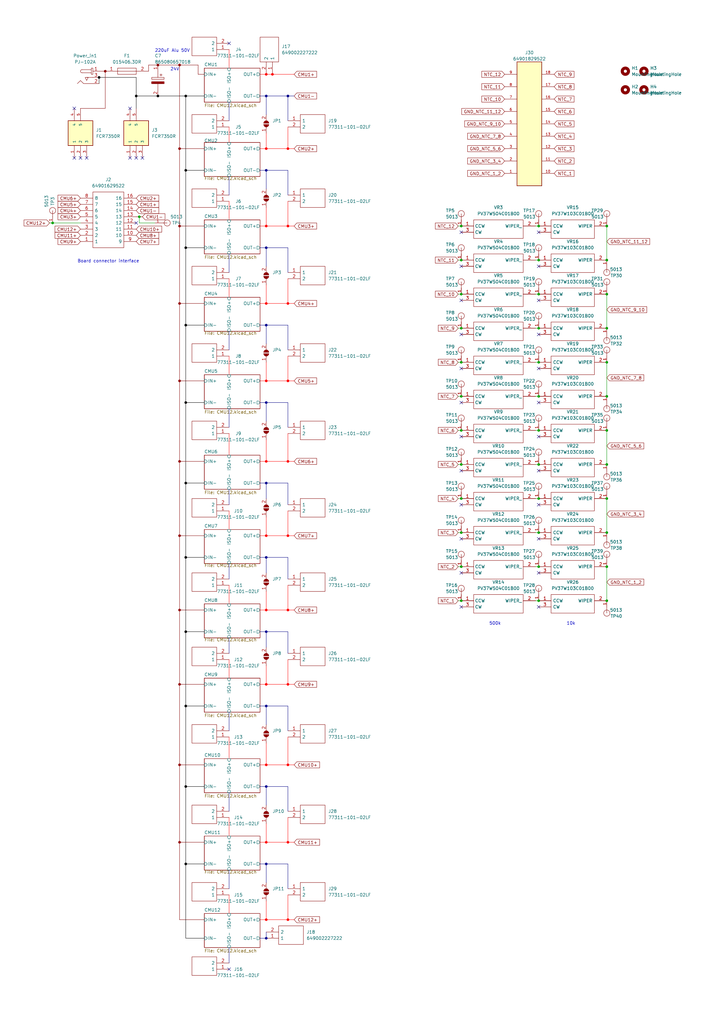
<source format=kicad_sch>
(kicad_sch (version 20230121) (generator eeschema)
  (paper "A3" portrait)
  (lib_symbols
    (symbol "5013:5013" (pin_names (offset 1.016) hide)
      (property "Reference" "TP" (at -2.54 2.032 0))
      (property "Value" "5013" (at -2.54 -3.302 0))
      (symbol "5013_0_0"
        (pin passive line (at -5.08 0 0) (length 2.54) (name "~") (number "1"))
      )
    )
    (symbol "64901829522:64901829522" (pin_names (offset 1.016))
      (property "Reference" "J" (at 27.94 2.54 0))
      (property "Value" "64901829522" (at 27.94 0 0))
      (symbol "64901829522_0_0"
        (pin bidirectional line (at 20.32 -10.16 90) (length 5.08) (name "~") (number "1"))
        (pin bidirectional line (at 20.32 10.16 270) (length 5.08) (name "~") (number "10"))
        (pin bidirectional line (at 15.24 10.16 270) (length 5.08) (name "~") (number "11"))
        (pin bidirectional line (at 10.16 10.16 270) (length 5.08) (name "~") (number "12"))
        (pin bidirectional line (at 5.08 10.16 270) (length 5.08) (name "~") (number "13"))
        (pin bidirectional line (at 0 10.16 270) (length 5.08) (name "~") (number "14"))
        (pin bidirectional line (at -5.08 10.16 270) (length 5.08) (name "~") (number "15"))
        (pin bidirectional line (at -10.16 10.16 270) (length 5.08) (name "~") (number "16"))
        (pin bidirectional line (at -15.24 10.16 270) (length 5.08) (name "~") (number "17"))
        (pin bidirectional line (at -20.32 10.16 270) (length 5.08) (name "~") (number "18"))
        (pin bidirectional line (at 15.24 -10.16 90) (length 5.08) (name "~") (number "2"))
        (pin bidirectional line (at 10.16 -10.16 90) (length 5.08) (name "~") (number "3"))
        (pin bidirectional line (at 5.08 -10.16 90) (length 5.08) (name "~") (number "4"))
        (pin bidirectional line (at 0 -10.16 90) (length 5.08) (name "~") (number "5"))
        (pin bidirectional line (at -5.08 -10.16 90) (length 5.08) (name "~") (number "6"))
        (pin bidirectional line (at -10.16 -10.16 90) (length 5.08) (name "~") (number "7"))
        (pin bidirectional line (at -15.24 -10.16 90) (length 5.08) (name "~") (number "8"))
        (pin bidirectional line (at -20.32 -10.16 90) (length 5.08) (name "~") (number "9"))
      )
    )
    (symbol "FCR7350R:FCR7350R" (pin_names (offset 1.016))
      (property "Reference" "J" (at 16.51 7.62 0))
      (property "Value" "FCR7350R" (at 16.51 5.08 0))
      (symbol "FCR7350R_0_0"
        (pin bidirectional line (at 0 0 0) (length 5.08) (name "1") (number "1"))
        (pin bidirectional line (at 0 -2.54 0) (length 5.08) (name "2") (number "2"))
        (pin bidirectional line (at 0 -5.08 0) (length 5.08) (name "3") (number "3"))
        (pin bidirectional line (at 20.32 0 180) (length 5.08) (name "4") (number "4"))
        (pin bidirectional line (at 20.32 -2.54 180) (length 5.08) (name "5") (number "5"))
      )
    )
    (symbol "Jumper:SolderJumper_2_Open" (pin_names (offset 0) hide)
      (property "Reference" "JP" (at 0 2.032 0))
      (property "Value" "SolderJumper_2_Open" (at 0 -2.54 0))
      (symbol "SolderJumper_2_Open_1_1"
        (pin passive line (at -3.81 0 0) (length 2.54) (name "A") (number "1"))
        (pin passive line (at 3.81 0 180) (length 2.54) (name "B") (number "2"))
      )
    )
    (symbol "Mechanical:MountingHole" (pin_names (offset 1.016))
      (property "Reference" "H" (at 0 5.08 0))
      (property "Value" "MountingHole" (at 0 3.175 0))
    )
    (symbol "PV37W504C01B00_1"
      (property "Reference" "VR" (at 0 2.54 0))
      (property "Value" "PV37W504C01B00_1" (at 0 0 0))
      (symbol "PV37W504C01B00_1_0_0"
        (pin passive line (at -15.24 -3.81 0) (length 5.08) (name "CCW") (number "1"))
        (pin passive line (at 15.24 -3.81 180) (length 5.08) (name "WIPER_") (number "2"))
        (pin passive line (at -15.24 -6.35 0) (length 5.08) (name "CW") (number "3"))
      )
    )
    (symbol "PV37W504C01B00_10"
      (property "Reference" "VR" (at 0 2.54 0))
      (property "Value" "PV37W504C01B00_10" (at 0 0 0))
      (symbol "PV37W504C01B00_10_0_0"
        (pin passive line (at -15.24 -3.81 0) (length 5.08) (name "CCW") (number "1"))
        (pin passive line (at 15.24 -3.81 180) (length 5.08) (name "WIPER_") (number "2"))
        (pin passive line (at -15.24 -6.35 0) (length 5.08) (name "CW") (number "3"))
      )
    )
    (symbol "PV37W504C01B00_11"
      (property "Reference" "VR" (at 0 2.54 0))
      (property "Value" "PV37W504C01B00_11" (at 0 0 0))
      (symbol "PV37W504C01B00_11_0_0"
        (pin passive line (at -15.24 -3.81 0) (length 5.08) (name "CCW") (number "1"))
        (pin passive line (at 15.24 -3.81 180) (length 5.08) (name "WIPER_") (number "2"))
        (pin passive line (at -15.24 -6.35 0) (length 5.08) (name "CW") (number "3"))
      )
    )
    (symbol "PV37W504C01B00_2"
      (property "Reference" "VR" (at 0 2.54 0))
      (property "Value" "PV37W504C01B00_2" (at 0 0 0))
      (symbol "PV37W504C01B00_2_0_0"
        (pin passive line (at -15.24 -3.81 0) (length 5.08) (name "CCW") (number "1"))
        (pin passive line (at 15.24 -3.81 180) (length 5.08) (name "WIPER_") (number "2"))
        (pin passive line (at -15.24 -6.35 0) (length 5.08) (name "CW") (number "3"))
      )
    )
    (symbol "PV37W504C01B00_3"
      (property "Reference" "VR" (at 0 2.54 0))
      (property "Value" "PV37W504C01B00_3" (at 0 0 0))
      (symbol "PV37W504C01B00_3_0_0"
        (pin passive line (at -15.24 -3.81 0) (length 5.08) (name "CCW") (number "1"))
        (pin passive line (at 15.24 -3.81 180) (length 5.08) (name "WIPER_") (number "2"))
        (pin passive line (at -15.24 -6.35 0) (length 5.08) (name "CW") (number "3"))
      )
    )
    (symbol "PV37W504C01B00_4"
      (property "Reference" "VR" (at 0 2.54 0))
      (property "Value" "PV37W504C01B00_4" (at 0 0 0))
      (symbol "PV37W504C01B00_4_0_0"
        (pin passive line (at -15.24 -3.81 0) (length 5.08) (name "CCW") (number "1"))
        (pin passive line (at 15.24 -3.81 180) (length 5.08) (name "WIPER_") (number "2"))
        (pin passive line (at -15.24 -6.35 0) (length 5.08) (name "CW") (number "3"))
      )
    )
    (symbol "PV37W504C01B00_5"
      (property "Reference" "VR" (at 0 2.54 0))
      (property "Value" "PV37W504C01B00_5" (at 0 0 0))
      (symbol "PV37W504C01B00_5_0_0"
        (pin passive line (at -15.24 -3.81 0) (length 5.08) (name "CCW") (number "1"))
        (pin passive line (at 15.24 -3.81 180) (length 5.08) (name "WIPER_") (number "2"))
        (pin passive line (at -15.24 -6.35 0) (length 5.08) (name "CW") (number "3"))
      )
    )
    (symbol "PV37W504C01B00_6"
      (property "Reference" "VR" (at 0 2.54 0))
      (property "Value" "PV37W504C01B00_6" (at 0 0 0))
      (symbol "PV37W504C01B00_6_0_0"
        (pin passive line (at -15.24 -3.81 0) (length 5.08) (name "CCW") (number "1"))
        (pin passive line (at 15.24 -3.81 180) (length 5.08) (name "WIPER_") (number "2"))
        (pin passive line (at -15.24 -6.35 0) (length 5.08) (name "CW") (number "3"))
      )
    )
    (symbol "PV37W504C01B00_7"
      (property "Reference" "VR" (at 0 2.54 0))
      (property "Value" "PV37W504C01B00_7" (at 0 0 0))
      (symbol "PV37W504C01B00_7_0_0"
        (pin passive line (at -15.24 -3.81 0) (length 5.08) (name "CCW") (number "1"))
        (pin passive line (at 15.24 -3.81 180) (length 5.08) (name "WIPER_") (number "2"))
        (pin passive line (at -15.24 -6.35 0) (length 5.08) (name "CW") (number "3"))
      )
    )
    (symbol "PV37W504C01B00_8"
      (property "Reference" "VR" (at 0 2.54 0))
      (property "Value" "PV37W504C01B00_8" (at 0 0 0))
      (symbol "PV37W504C01B00_8_0_0"
        (pin passive line (at -15.24 -3.81 0) (length 5.08) (name "CCW") (number "1"))
        (pin passive line (at 15.24 -3.81 180) (length 5.08) (name "WIPER_") (number "2"))
        (pin passive line (at -15.24 -6.35 0) (length 5.08) (name "CW") (number "3"))
      )
    )
    (symbol "PV37W504C01B00_9"
      (property "Reference" "VR" (at 0 2.54 0))
      (property "Value" "PV37W504C01B00_9" (at 0 0 0))
      (symbol "PV37W504C01B00_9_0_0"
        (pin passive line (at -15.24 -3.81 0) (length 5.08) (name "CCW") (number "1"))
        (pin passive line (at 15.24 -3.81 180) (length 5.08) (name "WIPER_") (number "2"))
        (pin passive line (at -15.24 -6.35 0) (length 5.08) (name "CW") (number "3"))
      )
    )
    (symbol "SamacSys_Parts:015406.3DR" (pin_names (offset 0.762))
      (property "Reference" "F" (at 13.97 6.35 0))
      (property "Value" "015406.3DR" (at 13.97 3.81 0))
      (symbol "015406.3DR_0_0"
        (pin passive line (at 0 0 0) (length 5.08) (name "~") (number "1"))
        (pin passive line (at 17.78 0 180) (length 5.08) (name "~") (number "2"))
      )
    )
    (symbol "SamacSys_Parts:649002227222" (pin_names (offset 0.762))
      (property "Reference" "J" (at 16.51 7.62 0))
      (property "Value" "649002227222" (at 16.51 5.08 0))
      (symbol "649002227222_0_0"
        (pin passive line (at 0 -2.54 0) (length 5.08) (name "1") (number "1"))
        (pin passive line (at 0 0 0) (length 5.08) (name "2") (number "2"))
      )
    )
    (symbol "SamacSys_Parts:64901629522" (pin_names (offset 0.762))
      (property "Reference" "J" (at 19.05 7.62 0))
      (property "Value" "64901629522" (at 19.05 5.08 0))
      (symbol "64901629522_0_0"
        (pin passive line (at 0 -17.78 0) (length 5.08) (name "1") (number "1"))
        (pin passive line (at 22.86 -15.24 180) (length 5.08) (name "10") (number "10"))
        (pin passive line (at 22.86 -12.7 180) (length 5.08) (name "11") (number "11"))
        (pin passive line (at 22.86 -10.16 180) (length 5.08) (name "12") (number "12"))
        (pin passive line (at 22.86 -7.62 180) (length 5.08) (name "13") (number "13"))
        (pin passive line (at 22.86 -5.08 180) (length 5.08) (name "14") (number "14"))
        (pin passive line (at 22.86 -2.54 180) (length 5.08) (name "15") (number "15"))
        (pin passive line (at 22.86 0 180) (length 5.08) (name "16") (number "16"))
        (pin passive line (at 0 -15.24 0) (length 5.08) (name "2") (number "2"))
        (pin passive line (at 0 -12.7 0) (length 5.08) (name "3") (number "3"))
        (pin passive line (at 0 -10.16 0) (length 5.08) (name "4") (number "4"))
        (pin passive line (at 0 -7.62 0) (length 5.08) (name "5") (number "5"))
        (pin passive line (at 0 -5.08 0) (length 5.08) (name "6") (number "6"))
        (pin passive line (at 0 -2.54 0) (length 5.08) (name "7") (number "7"))
        (pin passive line (at 0 0 0) (length 5.08) (name "8") (number "8"))
        (pin passive line (at 22.86 -17.78 180) (length 5.08) (name "9") (number "9"))
      )
    )
    (symbol "SamacSys_Parts:77311-101-02LF" (pin_names (offset 0.762))
      (property "Reference" "J" (at 16.51 7.62 0))
      (property "Value" "77311-101-02LF" (at 16.51 5.08 0))
      (symbol "77311-101-02LF_0_0"
        (pin passive line (at 0 0 0) (length 5.08) (name "1") (number "1"))
        (pin passive line (at 0 -2.54 0) (length 5.08) (name "2") (number "2"))
      )
    )
    (symbol "SamacSys_Parts:865080657018" (pin_names (offset 0.762))
      (property "Reference" "C" (at 8.89 6.35 0))
      (property "Value" "865080657018" (at 8.89 3.81 0))
      (symbol "865080657018_0_0"
        (pin passive line (at 0 0 0) (length 2.54) (name "~") (number "1"))
        (pin passive line (at 12.7 0 180) (length 2.54) (name "~") (number "2"))
      )
    )
    (symbol "SamacSys_Parts:PV37W103C01B00" (pin_names (offset 0.762))
      (property "Reference" "VR" (at 24.13 7.62 0))
      (property "Value" "PV37W103C01B00" (at 24.13 5.08 0))
      (symbol "PV37W103C01B00_0_0"
        (pin passive line (at 0 0 0) (length 5.08) (name "CCW") (number "1"))
        (pin passive line (at 27.94 0 180) (length 5.08) (name "WIPER") (number "2"))
        (pin passive line (at 0 -2.54 0) (length 5.08) (name "CW") (number "3"))
      )
    )
    (symbol "dk_Barrel-Power-Connectors:PJ-102A" (pin_names (offset 1.016))
      (property "Reference" "J" (at 0 2.54 0))
      (property "Value" "PJ-102A" (at 0 -6.35 0))
      (symbol "PJ-102A_1_1"
        (pin passive line (at 2.54 0 180) (length 2.54) (name "~") (number "1"))
        (pin passive line (at 2.54 -5.08 180) (length 2.54) (name "~") (number "2"))
        (pin passive line (at 2.54 -2.54 180) (length 2.54) (name "~") (number "3"))
      )
    )
    (symbol "user_bsm:PV37W504C01B00"
      (property "Reference" "VR" (at 0 2.54 0))
      (property "Value" "PV37W504C01B00" (at 0 0 0))
      (symbol "PV37W504C01B00_0_0"
        (pin passive line (at -15.24 -3.81 0) (length 5.08) (name "CCW") (number "1"))
        (pin passive line (at 15.24 -3.81 180) (length 5.08) (name "WIPER_") (number "2"))
        (pin passive line (at -15.24 -6.35 0) (length 5.08) (name "CW") (number "3"))
      )
    )
  )
  (junction (at 220.98 204.47))
  (junction (at 76.2 133.35) (color 0 0 0 1))
  (junction (at 109.22 354.33) (color 0 0 132 1))
  (junction (at 248.92 120.65))
  (junction (at 220.98 246.38))
  (junction (at 76.2 198.12) (color 0 0 0 1))
  (junction (at 189.23 106.68))
  (junction (at 118.11 92.71) (color 255 0 0 1))
  (junction (at 73.66 280.67) (color 132 0 0 1))
  (junction (at 76.2 322.58) (color 0 0 0 1))
  (junction (at 64.77 39.37) (color 0 0 0 1))
  (junction (at 73.66 189.23) (color 132 0 0 1))
  (junction (at 220.98 190.5))
  (junction (at 109.22 259.08) (color 0 0 132 1))
  (junction (at 248.92 232.41))
  (junction (at 73.66 156.21) (color 132 0 0 1))
  (junction (at 220.98 92.71))
  (junction (at 109.22 124.46) (color 255 0 0 1))
  (junction (at 109.22 345.44) (color 255 0 0 1))
  (junction (at 109.22 30.48) (color 255 0 0 1))
  (junction (at 109.22 198.12) (color 0 0 132 1))
  (junction (at 109.22 60.96) (color 255 0 0 1))
  (junction (at 109.22 165.1) (color 0 0 132 1))
  (junction (at 109.22 228.6) (color 0 0 132 1))
  (junction (at 118.11 250.19) (color 255 0 0 1))
  (junction (at 189.23 190.5))
  (junction (at 73.66 92.71) (color 132 0 0 1))
  (junction (at 220.98 232.41))
  (junction (at 248.92 176.53))
  (junction (at 109.22 133.35) (color 0 0 132 1))
  (junction (at 76.2 69.85) (color 0 0 0 1))
  (junction (at 73.66 313.69) (color 132 0 0 1))
  (junction (at 43.18 29.21) (color 132 0 0 1))
  (junction (at 220.98 148.59))
  (junction (at 109.22 313.69) (color 255 0 0 1))
  (junction (at 40.64 31.75) (color 0 0 0 1))
  (junction (at 248.92 246.38))
  (junction (at 118.11 156.21) (color 255 0 0 1))
  (junction (at 73.66 124.46) (color 132 0 0 1))
  (junction (at 248.92 148.59))
  (junction (at 109.22 219.71) (color 255 0 0 1))
  (junction (at 220.98 162.56))
  (junction (at 111.76 30.48) (color 255 0 0 1))
  (junction (at 109.22 377.19) (color 255 0 0 1))
  (junction (at 109.22 101.6) (color 0 0 132 1))
  (junction (at 118.11 345.44) (color 255 0 0 1))
  (junction (at 73.66 345.44) (color 132 0 0 1))
  (junction (at 189.23 246.38))
  (junction (at 76.2 101.6) (color 0 0 0 1))
  (junction (at 220.98 120.65))
  (junction (at 109.22 322.58) (color 0 0 132 1))
  (junction (at 189.23 218.44))
  (junction (at 118.11 60.96) (color 255 0 0 1))
  (junction (at 109.22 250.19) (color 255 0 0 1))
  (junction (at 76.2 259.08) (color 0 0 0 1))
  (junction (at 189.23 204.47))
  (junction (at 118.11 39.37) (color 0 0 132 1))
  (junction (at 189.23 148.59))
  (junction (at 118.11 189.23) (color 255 0 0 1))
  (junction (at 21.59 91.44))
  (junction (at 76.2 354.33) (color 0 0 0 1))
  (junction (at 73.66 26.67) (color 132 0 0 1))
  (junction (at 189.23 134.62))
  (junction (at 220.98 134.62))
  (junction (at 220.98 218.44))
  (junction (at 109.22 280.67) (color 255 0 0 1))
  (junction (at 64.77 26.67) (color 132 0 0 1))
  (junction (at 248.92 190.5))
  (junction (at 248.92 204.47))
  (junction (at 248.92 218.44))
  (junction (at 109.22 69.85) (color 0 0 132 1))
  (junction (at 118.11 124.46) (color 255 0 0 1))
  (junction (at 73.66 60.96) (color 132 0 0 1))
  (junction (at 118.11 313.69) (color 255 0 0 1))
  (junction (at 189.23 176.53))
  (junction (at 55.88 39.37) (color 0 0 0 1))
  (junction (at 109.22 189.23) (color 255 0 0 1))
  (junction (at 189.23 232.41))
  (junction (at 73.66 219.71) (color 132 0 0 1))
  (junction (at 73.66 250.19) (color 132 0 0 1))
  (junction (at 248.92 134.62))
  (junction (at 109.22 156.21) (color 255 0 0 1))
  (junction (at 57.15 88.9))
  (junction (at 118.11 377.19) (color 255 0 0 1))
  (junction (at 220.98 106.68))
  (junction (at 76.2 289.56) (color 0 0 0 1))
  (junction (at 76.2 228.6) (color 0 0 0 1))
  (junction (at 118.11 219.71) (color 255 0 0 1))
  (junction (at 220.98 176.53))
  (junction (at 189.23 92.71))
  (junction (at 248.92 92.71))
  (junction (at 118.11 280.67) (color 255 0 0 1))
  (junction (at 248.92 162.56))
  (junction (at 109.22 39.37) (color 0 0 132 1))
  (junction (at 76.2 39.37) (color 0 0 0 1))
  (junction (at 109.22 92.71) (color 255 0 0 1))
  (junction (at 189.23 120.65))
  (junction (at 189.23 162.56))
  (junction (at 109.22 384.81) (color 0 0 132 1))
  (junction (at 76.2 165.1) (color 0 0 0 1))
  (junction (at 248.92 106.68))
  (junction (at 109.22 289.56) (color 0 0 132 1))
  (no_connect (at 220.98 193.04))
  (no_connect (at 220.98 123.19))
  (no_connect (at 93.98 397.51))
  (no_connect (at 33.02 64.77))
  (no_connect (at 189.23 95.25))
  (no_connect (at 55.88 91.44))
  (no_connect (at 220.98 95.25))
  (no_connect (at 189.23 234.95))
  (no_connect (at 35.56 64.77))
  (no_connect (at 30.48 64.77))
  (no_connect (at 220.98 151.13))
  (no_connect (at 220.98 137.16))
  (no_connect (at 189.23 248.92))
  (no_connect (at 189.23 123.19))
  (no_connect (at 220.98 234.95))
  (no_connect (at 189.23 220.98))
  (no_connect (at 189.23 179.07))
  (no_connect (at 189.23 165.1))
  (no_connect (at 220.98 248.92))
  (no_connect (at 93.98 17.78))
  (no_connect (at 53.34 64.77))
  (no_connect (at 58.42 64.77))
  (no_connect (at 220.98 109.22))
  (no_connect (at 189.23 193.04))
  (no_connect (at 220.98 165.1))
  (no_connect (at 220.98 179.07))
  (no_connect (at 220.98 220.98))
  (no_connect (at 220.98 207.01))
  (no_connect (at 55.88 64.77))
  (no_connect (at 53.34 44.45))
  (no_connect (at 189.23 151.13))
  (no_connect (at 189.23 137.16))
  (no_connect (at 189.23 109.22))
  (no_connect (at 30.48 44.45))
  (no_connect (at 189.23 207.01))
  (wire (pts (xy 118.11 124.46) (xy 120.65 124.46)) (stroke (width 0) (color 255 0 0 1)))
  (wire (pts (xy 73.66 313.69) (xy 83.82 313.69)) (stroke (width 0) (color 132 0 0 1)))
  (wire (pts (xy 93.98 261.62) (xy 93.98 267.97)) (stroke (width 0) (color 0 0 132 1)))
  (wire (pts (xy 187.96 176.53) (xy 189.23 176.53)))
  (wire (pts (xy 109.22 212.09) (xy 109.22 219.71)) (stroke (width 0) (color 255 0 0 1)))
  (wire (pts (xy 187.96 148.59) (xy 189.23 148.59)))
  (wire (pts (xy 109.22 297.18) (xy 109.22 289.56)) (stroke (width 0) (color 0 0 132 1)))
  (wire (pts (xy 219.71 162.56) (xy 220.98 162.56)))
  (wire (pts (xy 109.22 148.59) (xy 109.22 156.21)) (stroke (width 0) (color 255 0 0 1)))
  (wire (pts (xy 109.22 354.33) (xy 118.11 354.33)) (stroke (width 0) (color 0 0 132 1)))
  (wire (pts (xy 118.11 198.12) (xy 109.22 198.12)) (stroke (width 0) (color 0 0 132 1)))
  (wire (pts (xy 118.11 111.76) (xy 118.11 101.6)) (stroke (width 0) (color 0 0 132 1)))
  (wire (pts (xy 118.11 146.05) (xy 118.11 156.21)) (stroke (width 0) (color 255 0 0 1)))
  (wire (pts (xy 109.22 304.8) (xy 109.22 313.69)) (stroke (width 0) (color 255 0 0 1)))
  (wire (pts (xy 33.02 44.45) (xy 43.18 44.45)) (stroke (width 0) (color 132 0 0 1)))
  (wire (pts (xy 106.68 124.46) (xy 109.22 124.46)) (stroke (width 0) (color 255 0 0 1)))
  (wire (pts (xy 93.98 209.55) (xy 93.98 217.17)) (stroke (width 0) (color 255 0 0 1)))
  (wire (pts (xy 106.68 198.12) (xy 109.22 198.12)) (stroke (width 0) (color 0 0 132 1)))
  (wire (pts (xy 76.2 133.35) (xy 83.82 133.35)) (stroke (width 0) (color 0 0 0 1)))
  (wire (pts (xy 187.96 92.71) (xy 189.23 92.71)))
  (wire (pts (xy 106.68 377.19) (xy 109.22 377.19)) (stroke (width 0) (color 255 0 0 1)))
  (wire (pts (xy 118.11 313.69) (xy 120.65 313.69)) (stroke (width 0) (color 255 0 0 1)))
  (wire (pts (xy 118.11 335.28) (xy 118.11 345.44)) (stroke (width 0) (color 255 0 0 1)))
  (wire (pts (xy 93.98 356.87) (xy 93.98 364.49)) (stroke (width 0) (color 0 0 132 1)))
  (wire (pts (xy 219.71 92.71) (xy 220.98 92.71)))
  (wire (pts (xy 55.88 39.37) (xy 55.88 44.45)) (stroke (width 0) (color 0 0 0 1)))
  (wire (pts (xy 109.22 345.44) (xy 118.11 345.44)) (stroke (width 0) (color 255 0 0 1)))
  (wire (pts (xy 93.98 135.89) (xy 93.98 143.51)) (stroke (width 0) (color 0 0 132 1)))
  (wire (pts (xy 109.22 337.82) (xy 109.22 345.44)) (stroke (width 0) (color 255 0 0 1)))
  (wire (pts (xy 106.68 156.21) (xy 109.22 156.21)) (stroke (width 0) (color 255 0 0 1)))
  (wire (pts (xy 118.11 345.44) (xy 120.65 345.44)) (stroke (width 0) (color 255 0 0 1)))
  (wire (pts (xy 93.98 325.12) (xy 93.98 332.74)) (stroke (width 0) (color 0 0 132 1)))
  (wire (pts (xy 219.71 134.62) (xy 220.98 134.62)))
  (wire (pts (xy 118.11 39.37) (xy 118.11 49.53)) (stroke (width 0) (color 0 0 132 1)))
  (wire (pts (xy 118.11 354.33) (xy 118.11 364.49)) (stroke (width 0) (color 0 0 132 1)))
  (wire (pts (xy 248.92 176.53) (xy 248.92 190.5)))
  (wire (pts (xy 76.2 198.12) (xy 76.2 228.6)) (stroke (width 0) (color 0 0 0 1)))
  (wire (pts (xy 118.11 322.58) (xy 109.22 322.58)) (stroke (width 0) (color 0 0 132 1)))
  (wire (pts (xy 93.98 388.62) (xy 93.98 394.97)) (stroke (width 0) (color 0 0 132 1)))
  (wire (pts (xy 118.11 250.19) (xy 120.65 250.19)) (stroke (width 0) (color 255 0 0 1)))
  (wire (pts (xy 219.71 204.47) (xy 220.98 204.47)))
  (wire (pts (xy 76.2 198.12) (xy 83.82 198.12)) (stroke (width 0) (color 0 0 0 1)))
  (wire (pts (xy 109.22 280.67) (xy 118.11 280.67)) (stroke (width 0) (color 255 0 0 1)))
  (wire (pts (xy 187.96 162.56) (xy 189.23 162.56)))
  (wire (pts (xy 93.98 82.55) (xy 93.98 90.17)) (stroke (width 0) (color 255 0 0 1)))
  (wire (pts (xy 55.88 88.9) (xy 57.15 88.9)) (stroke (width 0) (color 132 0 0 1)))
  (wire (pts (xy 118.11 377.19) (xy 120.65 377.19)) (stroke (width 0) (color 255 0 0 1)))
  (wire (pts (xy 93.98 240.03) (xy 93.98 247.65)) (stroke (width 0) (color 255 0 0 1)))
  (wire (pts (xy 73.66 345.44) (xy 83.82 345.44)) (stroke (width 0) (color 132 0 0 1)))
  (wire (pts (xy 76.2 354.33) (xy 76.2 384.81)) (stroke (width 0) (color 0 0 0 1)))
  (wire (pts (xy 55.88 39.37) (xy 64.77 39.37)) (stroke (width 0) (color 0 0 0 1)))
  (wire (pts (xy 109.22 92.71) (xy 118.11 92.71)) (stroke (width 0) (color 255 0 0 1)))
  (wire (pts (xy 73.66 92.71) (xy 73.66 124.46)) (stroke (width 0) (color 132 0 0 1)))
  (wire (pts (xy 118.11 240.03) (xy 118.11 250.19)) (stroke (width 0) (color 255 0 0 1)))
  (wire (pts (xy 106.68 219.71) (xy 109.22 219.71)) (stroke (width 0) (color 255 0 0 1)))
  (wire (pts (xy 76.2 228.6) (xy 83.82 228.6)) (stroke (width 0) (color 0 0 0 1)))
  (wire (pts (xy 109.22 116.84) (xy 109.22 124.46)) (stroke (width 0) (color 255 0 0 1)))
  (wire (pts (xy 106.68 345.44) (xy 109.22 345.44)) (stroke (width 0) (color 255 0 0 1)))
  (wire (pts (xy 109.22 39.37) (xy 109.22 46.99)) (stroke (width 0) (color 0 0 132 1)))
  (wire (pts (xy 76.2 322.58) (xy 83.82 322.58)) (stroke (width 0) (color 0 0 0 1)))
  (wire (pts (xy 73.66 156.21) (xy 83.82 156.21)) (stroke (width 0) (color 132 0 0 1)))
  (wire (pts (xy 118.11 237.49) (xy 118.11 228.6)) (stroke (width 0) (color 0 0 132 1)))
  (wire (pts (xy 118.11 189.23) (xy 120.65 189.23)) (stroke (width 0) (color 255 0 0 1)))
  (wire (pts (xy 43.18 44.45) (xy 43.18 29.21)) (stroke (width 0) (color 132 0 0 1)))
  (wire (pts (xy 118.11 177.8) (xy 118.11 189.23)) (stroke (width 0) (color 255 0 0 1)))
  (wire (pts (xy 187.96 218.44) (xy 189.23 218.44)))
  (wire (pts (xy 93.98 231.14) (xy 93.98 237.49)) (stroke (width 0) (color 0 0 132 1)))
  (wire (pts (xy 118.11 92.71) (xy 120.65 92.71)) (stroke (width 0) (color 255 0 0 1)))
  (wire (pts (xy 106.68 101.6) (xy 109.22 101.6)) (stroke (width 0) (color 0 0 132 1)))
  (wire (pts (xy 73.66 156.21) (xy 73.66 189.23)) (stroke (width 0) (color 132 0 0 1)))
  (wire (pts (xy 73.66 313.69) (xy 73.66 345.44)) (stroke (width 0) (color 132 0 0 1)))
  (wire (pts (xy 118.11 133.35) (xy 109.22 133.35)) (stroke (width 0) (color 0 0 132 1)))
  (wire (pts (xy 109.22 382.27) (xy 109.22 384.81)) (stroke (width 0) (color 0 0 132 1)))
  (wire (pts (xy 118.11 289.56) (xy 109.22 289.56)) (stroke (width 0) (color 0 0 132 1)))
  (wire (pts (xy 93.98 104.14) (xy 93.98 111.76)) (stroke (width 0) (color 0 0 132 1)))
  (wire (pts (xy 57.15 88.9) (xy 57.15 91.44)))
  (wire (pts (xy 109.22 265.43) (xy 109.22 259.08)) (stroke (width 0) (color 0 0 132 1)))
  (wire (pts (xy 76.2 228.6) (xy 76.2 259.08)) (stroke (width 0) (color 0 0 0 1)))
  (wire (pts (xy 118.11 280.67) (xy 120.65 280.67)) (stroke (width 0) (color 255 0 0 1)))
  (wire (pts (xy 109.22 156.21) (xy 118.11 156.21)) (stroke (width 0) (color 255 0 0 1)))
  (wire (pts (xy 109.22 198.12) (xy 109.22 204.47)) (stroke (width 0) (color 0 0 132 1)))
  (wire (pts (xy 109.22 228.6) (xy 106.68 228.6)) (stroke (width 0) (color 0 0 132 1)))
  (wire (pts (xy 93.98 41.91) (xy 93.98 49.53)) (stroke (width 0) (color 0 0 132 1)))
  (wire (pts (xy 118.11 60.96) (xy 120.65 60.96)) (stroke (width 0) (color 255 0 0 1)))
  (wire (pts (xy 248.92 204.47) (xy 248.92 218.44)))
  (wire (pts (xy 111.76 30.48) (xy 120.65 30.48)) (stroke (width 0) (color 255 0 0 1)))
  (wire (pts (xy 109.22 60.96) (xy 118.11 60.96)) (stroke (width 0) (color 255 0 0 1)))
  (wire (pts (xy 118.11 219.71) (xy 120.65 219.71)) (stroke (width 0) (color 255 0 0 1)))
  (wire (pts (xy 55.88 31.75) (xy 55.88 39.37)) (stroke (width 0) (color 0 0 0 1)))
  (wire (pts (xy 73.66 219.71) (xy 83.82 219.71)) (stroke (width 0) (color 132 0 0 1)))
  (wire (pts (xy 248.92 148.59) (xy 248.92 162.56)))
  (wire (pts (xy 40.64 31.75) (xy 40.64 34.29)) (stroke (width 0) (color 0 0 0 1)))
  (wire (pts (xy 219.71 232.41) (xy 220.98 232.41)))
  (wire (pts (xy 118.11 175.26) (xy 118.11 165.1)) (stroke (width 0) (color 0 0 132 1)))
  (wire (pts (xy 106.68 30.48) (xy 109.22 30.48)) (stroke (width 0) (color 255 0 0 1)))
  (wire (pts (xy 20.32 91.44) (xy 21.59 91.44)))
  (wire (pts (xy 118.11 209.55) (xy 118.11 219.71)) (stroke (width 0) (color 255 0 0 1)))
  (wire (pts (xy 187.96 246.38) (xy 189.23 246.38)))
  (wire (pts (xy 76.2 39.37) (xy 83.82 39.37)) (stroke (width 0) (color 0 0 0 1)))
  (wire (pts (xy 106.68 69.85) (xy 109.22 69.85)) (stroke (width 0) (color 0 0 132 1)))
  (wire (pts (xy 81.28 26.67) (xy 81.28 30.48)) (stroke (width 0) (color 132 0 0 1)))
  (wire (pts (xy 76.2 165.1) (xy 83.82 165.1)) (stroke (width 0) (color 0 0 0 1)))
  (wire (pts (xy 93.98 20.32) (xy 93.98 27.94)) (stroke (width 0) (color 255 0 0 1)))
  (wire (pts (xy 73.66 26.67) (xy 81.28 26.67)) (stroke (width 0) (color 132 0 0 1)))
  (wire (pts (xy 106.68 39.37) (xy 109.22 39.37)) (stroke (width 0) (color 0 0 132 1)))
  (wire (pts (xy 109.22 234.95) (xy 109.22 228.6)) (stroke (width 0) (color 0 0 132 1)))
  (wire (pts (xy 106.68 384.81) (xy 109.22 384.81)) (stroke (width 0) (color 0 0 132 1)))
  (wire (pts (xy 57.15 91.44) (xy 63.5 91.44)))
  (wire (pts (xy 106.68 165.1) (xy 109.22 165.1)) (stroke (width 0) (color 0 0 132 1)))
  (wire (pts (xy 73.66 124.46) (xy 73.66 156.21)) (stroke (width 0) (color 132 0 0 1)))
  (wire (pts (xy 118.11 143.51) (xy 118.11 133.35)) (stroke (width 0) (color 0 0 132 1)))
  (wire (pts (xy 21.59 91.44) (xy 33.02 91.44)))
  (wire (pts (xy 118.11 80.01) (xy 118.11 69.85)) (stroke (width 0) (color 0 0 132 1)))
  (wire (pts (xy 106.68 354.33) (xy 109.22 354.33)) (stroke (width 0) (color 0 0 132 1)))
  (wire (pts (xy 109.22 273.05) (xy 109.22 280.67)) (stroke (width 0) (color 255 0 0 1)))
  (wire (pts (xy 76.2 69.85) (xy 83.82 69.85)) (stroke (width 0) (color 0 0 0 1)))
  (wire (pts (xy 73.66 189.23) (xy 83.82 189.23)) (stroke (width 0) (color 132 0 0 1)))
  (wire (pts (xy 187.96 232.41) (xy 189.23 232.41)))
  (wire (pts (xy 73.66 60.96) (xy 83.82 60.96)) (stroke (width 0) (color 132 0 0 1)))
  (wire (pts (xy 109.22 322.58) (xy 106.68 322.58)) (stroke (width 0) (color 0 0 132 1)))
  (wire (pts (xy 118.11 332.74) (xy 118.11 322.58)) (stroke (width 0) (color 0 0 132 1)))
  (wire (pts (xy 93.98 270.51) (xy 93.98 278.13)) (stroke (width 0) (color 255 0 0 1)))
  (wire (pts (xy 93.98 114.3) (xy 93.98 121.92)) (stroke (width 0) (color 255 0 0 1)))
  (wire (pts (xy 76.2 101.6) (xy 83.82 101.6)) (stroke (width 0) (color 0 0 0 1)))
  (wire (pts (xy 76.2 354.33) (xy 83.82 354.33)) (stroke (width 0) (color 0 0 0 1)))
  (wire (pts (xy 76.2 289.56) (xy 76.2 322.58)) (stroke (width 0) (color 0 0 0 1)))
  (wire (pts (xy 187.96 134.62) (xy 189.23 134.62)))
  (wire (pts (xy 219.71 120.65) (xy 220.98 120.65)))
  (wire (pts (xy 248.92 232.41) (xy 248.92 246.38)))
  (wire (pts (xy 109.22 165.1) (xy 109.22 172.72)) (stroke (width 0) (color 0 0 132 1)))
  (wire (pts (xy 106.68 60.96) (xy 109.22 60.96)) (stroke (width 0) (color 255 0 0 1)))
  (wire (pts (xy 76.2 259.08) (xy 76.2 289.56)) (stroke (width 0) (color 0 0 0 1)))
  (wire (pts (xy 76.2 133.35) (xy 76.2 165.1)) (stroke (width 0) (color 0 0 0 1)))
  (wire (pts (xy 187.96 190.5) (xy 189.23 190.5)))
  (wire (pts (xy 73.66 250.19) (xy 73.66 280.67)) (stroke (width 0) (color 132 0 0 1)))
  (wire (pts (xy 109.22 242.57) (xy 109.22 250.19)) (stroke (width 0) (color 255 0 0 1)))
  (wire (pts (xy 118.11 82.55) (xy 118.11 92.71)) (stroke (width 0) (color 255 0 0 1)))
  (wire (pts (xy 248.92 92.71) (xy 248.92 106.68)))
  (wire (pts (xy 76.2 322.58) (xy 76.2 354.33)) (stroke (width 0) (color 0 0 0 1)))
  (wire (pts (xy 76.2 165.1) (xy 76.2 198.12)) (stroke (width 0) (color 0 0 0 1)))
  (wire (pts (xy 93.98 52.07) (xy 93.98 58.42)) (stroke (width 0) (color 255 0 0 1)))
  (wire (pts (xy 40.64 31.75) (xy 55.88 31.75)) (stroke (width 0) (color 0 0 0 1)))
  (wire (pts (xy 109.22 101.6) (xy 109.22 109.22)) (stroke (width 0) (color 0 0 132 1)))
  (wire (pts (xy 73.66 280.67) (xy 73.66 313.69)) (stroke (width 0) (color 132 0 0 1)))
  (wire (pts (xy 57.15 88.9) (xy 58.42 88.9)) (stroke (width 0) (color 132 0 0 1)))
  (wire (pts (xy 106.68 92.71) (xy 109.22 92.71)) (stroke (width 0) (color 255 0 0 1)))
  (wire (pts (xy 109.22 259.08) (xy 106.68 259.08)) (stroke (width 0) (color 0 0 132 1)))
  (wire (pts (xy 187.96 106.68) (xy 189.23 106.68)))
  (wire (pts (xy 60.96 26.67) (xy 60.96 29.21)) (stroke (width 0) (color 132 0 0 1)))
  (wire (pts (xy 76.2 384.81) (xy 83.82 384.81)) (stroke (width 0) (color 0 0 0 1)))
  (wire (pts (xy 109.22 313.69) (xy 118.11 313.69)) (stroke (width 0) (color 255 0 0 1)))
  (wire (pts (xy 219.71 218.44) (xy 220.98 218.44)))
  (wire (pts (xy 93.98 292.1) (xy 93.98 299.72)) (stroke (width 0) (color 0 0 132 1)))
  (wire (pts (xy 109.22 69.85) (xy 109.22 77.47)) (stroke (width 0) (color 0 0 132 1)))
  (wire (pts (xy 109.22 377.19) (xy 118.11 377.19)) (stroke (width 0) (color 255 0 0 1)))
  (wire (pts (xy 106.68 280.67) (xy 109.22 280.67)) (stroke (width 0) (color 255 0 0 1)))
  (wire (pts (xy 118.11 114.3) (xy 118.11 124.46)) (stroke (width 0) (color 255 0 0 1)))
  (wire (pts (xy 93.98 200.66) (xy 93.98 207.01)) (stroke (width 0) (color 0 0 132 1)))
  (wire (pts (xy 109.22 39.37) (xy 118.11 39.37)) (stroke (width 0) (color 0 0 132 1)))
  (wire (pts (xy 73.66 124.46) (xy 83.82 124.46)) (stroke (width 0) (color 132 0 0 1)))
  (wire (pts (xy 118.11 69.85) (xy 109.22 69.85)) (stroke (width 0) (color 0 0 132 1)))
  (wire (pts (xy 118.11 228.6) (xy 109.22 228.6)) (stroke (width 0) (color 0 0 132 1)))
  (wire (pts (xy 109.22 289.56) (xy 106.68 289.56)) (stroke (width 0) (color 0 0 132 1)))
  (wire (pts (xy 109.22 189.23) (xy 118.11 189.23)) (stroke (width 0) (color 255 0 0 1)))
  (wire (pts (xy 109.22 180.34) (xy 109.22 189.23)) (stroke (width 0) (color 255 0 0 1)))
  (wire (pts (xy 76.2 69.85) (xy 76.2 101.6)) (stroke (width 0) (color 0 0 0 1)))
  (wire (pts (xy 93.98 302.26) (xy 93.98 311.15)) (stroke (width 0) (color 255 0 0 1)))
  (wire (pts (xy 109.22 133.35) (xy 109.22 140.97)) (stroke (width 0) (color 0 0 132 1)))
  (wire (pts (xy 64.77 26.67) (xy 73.66 26.67)) (stroke (width 0) (color 132 0 0 1)))
  (wire (pts (xy 219.71 106.68) (xy 220.98 106.68)))
  (wire (pts (xy 109.22 54.61) (xy 109.22 60.96)) (stroke (width 0) (color 255 0 0 1)))
  (wire (pts (xy 93.98 177.8) (xy 93.98 186.69)) (stroke (width 0) (color 255 0 0 1)))
  (wire (pts (xy 118.11 39.37) (xy 120.65 39.37)) (stroke (width 0) (color 0 0 132 1)))
  (wire (pts (xy 109.22 330.2) (xy 109.22 322.58)) (stroke (width 0) (color 0 0 132 1)))
  (wire (pts (xy 93.98 146.05) (xy 93.98 153.67)) (stroke (width 0) (color 255 0 0 1)))
  (wire (pts (xy 93.98 335.28) (xy 93.98 342.9)) (stroke (width 0) (color 255 0 0 1)))
  (wire (pts (xy 118.11 52.07) (xy 118.11 60.96)) (stroke (width 0) (color 255 0 0 1)))
  (wire (pts (xy 106.68 250.19) (xy 109.22 250.19)) (stroke (width 0) (color 255 0 0 1)))
  (wire (pts (xy 187.96 120.65) (xy 189.23 120.65)))
  (wire (pts (xy 76.2 289.56) (xy 83.82 289.56)) (stroke (width 0) (color 0 0 0 1)))
  (wire (pts (xy 118.11 259.08) (xy 109.22 259.08)) (stroke (width 0) (color 0 0 132 1)))
  (wire (pts (xy 93.98 72.39) (xy 93.98 80.01)) (stroke (width 0) (color 0 0 132 1)))
  (wire (pts (xy 73.66 92.71) (xy 83.82 92.71)) (stroke (width 0) (color 132 0 0 1)))
  (wire (pts (xy 93.98 167.64) (xy 93.98 175.26)) (stroke (width 0) (color 0 0 132 1)))
  (wire (pts (xy 118.11 207.01) (xy 118.11 198.12)) (stroke (width 0) (color 0 0 132 1)))
  (wire (pts (xy 73.66 377.19) (xy 83.82 377.19)) (stroke (width 0) (color 132 0 0 1)))
  (wire (pts (xy 109.22 124.46) (xy 118.11 124.46)) (stroke (width 0) (color 255 0 0 1)))
  (wire (pts (xy 118.11 299.72) (xy 118.11 289.56)) (stroke (width 0) (color 0 0 132 1)))
  (wire (pts (xy 106.68 313.69) (xy 109.22 313.69)) (stroke (width 0) (color 255 0 0 1)))
  (wire (pts (xy 73.66 345.44) (xy 73.66 377.19)) (stroke (width 0) (color 132 0 0 1)))
  (wire (pts (xy 64.77 39.37) (xy 76.2 39.37)) (stroke (width 0) (color 0 0 0 1)))
  (wire (pts (xy 109.22 85.09) (xy 109.22 92.71)) (stroke (width 0) (color 255 0 0 1)))
  (wire (pts (xy 109.22 250.19) (xy 118.11 250.19)) (stroke (width 0) (color 255 0 0 1)))
  (wire (pts (xy 76.2 259.08) (xy 83.82 259.08)) (stroke (width 0) (color 0 0 0 1)))
  (wire (pts (xy 118.11 101.6) (xy 109.22 101.6)) (stroke (width 0) (color 0 0 132 1)))
  (wire (pts (xy 109.22 354.33) (xy 109.22 361.95)) (stroke (width 0) (color 0 0 132 1)))
  (wire (pts (xy 43.18 29.21) (xy 40.64 29.21)) (stroke (width 0) (color 132 0 0 1)))
  (wire (pts (xy 76.2 101.6) (xy 76.2 133.35)) (stroke (width 0) (color 0 0 0 1)))
  (wire (pts (xy 106.68 189.23) (xy 109.22 189.23)) (stroke (width 0) (color 255 0 0 1)))
  (wire (pts (xy 76.2 39.37) (xy 76.2 69.85)) (stroke (width 0) (color 0 0 0 1)))
  (wire (pts (xy 219.71 148.59) (xy 220.98 148.59)))
  (wire (pts (xy 60.96 26.67) (xy 64.77 26.67)) (stroke (width 0) (color 132 0 0 1)))
  (wire (pts (xy 219.71 190.5) (xy 220.98 190.5)))
  (wire (pts (xy 109.22 219.71) (xy 118.11 219.71)) (stroke (width 0) (color 255 0 0 1)))
  (wire (pts (xy 73.66 60.96) (xy 73.66 92.71)) (stroke (width 0) (color 132 0 0 1)))
  (wire (pts (xy 118.11 165.1) (xy 109.22 165.1)) (stroke (width 0) (color 0 0 132 1)))
  (wire (pts (xy 248.92 120.65) (xy 248.92 134.62)))
  (wire (pts (xy 118.11 156.21) (xy 120.65 156.21)) (stroke (width 0) (color 255 0 0 1)))
  (wire (pts (xy 219.71 176.53) (xy 220.98 176.53)))
  (wire (pts (xy 109.22 369.57) (xy 109.22 377.19)) (stroke (width 0) (color 255 0 0 1)))
  (wire (pts (xy 118.11 367.03) (xy 118.11 377.19)) (stroke (width 0) (color 255 0 0 1)))
  (wire (pts (xy 73.66 250.19) (xy 83.82 250.19)) (stroke (width 0) (color 132 0 0 1)))
  (wire (pts (xy 81.28 30.48) (xy 83.82 30.48)) (stroke (width 0) (color 132 0 0 1)))
  (wire (pts (xy 73.66 219.71) (xy 73.66 250.19)) (stroke (width 0) (color 132 0 0 1)))
  (wire (pts (xy 118.11 267.97) (xy 118.11 259.08)) (stroke (width 0) (color 0 0 132 1)))
  (wire (pts (xy 118.11 302.26) (xy 118.11 313.69)) (stroke (width 0) (color 255 0 0 1)))
  (wire (pts (xy 106.68 133.35) (xy 109.22 133.35)) (stroke (width 0) (color 0 0 132 1)))
  (wire (pts (xy 219.71 246.38) (xy 220.98 246.38)))
  (wire (pts (xy 73.66 280.67) (xy 83.82 280.67)) (stroke (width 0) (color 132 0 0 1)))
  (wire (pts (xy 109.22 30.48) (xy 111.76 30.48)) (stroke (width 0) (color 255 0 0 1)))
  (wire (pts (xy 187.96 204.47) (xy 189.23 204.47)))
  (wire (pts (xy 73.66 189.23) (xy 73.66 219.71)) (stroke (width 0) (color 132 0 0 1)))
  (wire (pts (xy 118.11 270.51) (xy 118.11 280.67)) (stroke (width 0) (color 255 0 0 1)))
  (wire (pts (xy 73.66 26.67) (xy 73.66 60.96)) (stroke (width 0) (color 132 0 0 1)))
  (wire (pts (xy 93.98 367.03) (xy 93.98 374.65)) (stroke (width 0) (color 255 0 0 1)))
  (text "Board connector interface" (at 31.75 107.95 0) (effects (font (size 1.27 1.27)) (justify left bottom)))
  (text "500k" (at 200.66 256.54 0) (effects (font (size 1.27 1.27)) (justify left bottom)))
  (text "220uF Alu 50V" (at 63.5 21.59 0) (effects (font (size 1.27 1.27)) (justify left bottom)))
  (text "24V" (at 69.85 29.21 0) (effects (font (size 1.27 1.27)) (justify left bottom)))
  (text "10k" (at 232.41 256.54 0) (effects (font (size 1.27 1.27)) (justify left bottom)))
  (global_label "GND_NTC_7_8" (shape input) (at 207.01 55.88 180) (property "Intersheetrefs" "${INTERSHEET_REFS}" (effects hide)))
  (global_label "NTC_8" (shape input) (at 187.96 148.59 180) (property "Intersheetrefs" "${INTERSHEET_REFS}" (effects hide)))
  (global_label "GND_NTC_1_2" (shape input) (at 248.92 238.76 0) (property "Intersheetrefs" "${INTERSHEET_REFS}" (effects hide)))
  (global_label "CMU1-" (shape input) (at 55.88 86.36 0) (property "Intersheetrefs" "${INTERSHEET_REFS}" (effects hide)))
  (global_label "NTC_10" (shape input) (at 187.96 120.65 180) (property "Intersheetrefs" "${INTERSHEET_REFS}" (effects hide)))
  (global_label "GND_NTC_1_2" (shape input) (at 207.01 71.12 180) (property "Intersheetrefs" "${INTERSHEET_REFS}" (effects hide)))
  (global_label "GND_NTC_3_4" (shape input) (at 207.01 66.04 180) (property "Intersheetrefs" "${INTERSHEET_REFS}" (effects hide)))
  (global_label "CMU1-" (shape input) (at 58.42 88.9 0) (property "Intersheetrefs" "${INTERSHEET_REFS}" (effects hide)))
  (global_label "NTC_4" (shape input) (at 227.33 55.88 0) (property "Intersheetrefs" "${INTERSHEET_REFS}" (effects hide)))
  (global_label "NTC_12" (shape input) (at 187.96 92.71 180) (property "Intersheetrefs" "${INTERSHEET_REFS}" (effects hide)))
  (global_label "GND_NTC_5_6" (shape input) (at 248.92 182.88 0) (property "Intersheetrefs" "${INTERSHEET_REFS}" (effects hide)))
  (global_label "NTC_5" (shape input) (at 227.33 50.8 0) (property "Intersheetrefs" "${INTERSHEET_REFS}" (effects hide)))
  (global_label "GND_NTC_11_12" (shape input) (at 207.01 45.72 180) (property "Intersheetrefs" "${INTERSHEET_REFS}" (effects hide)))
  (global_label "CMU1+" (shape input) (at 120.65 30.48 0) (property "Intersheetrefs" "${INTERSHEET_REFS}" (effects hide)))
  (global_label "CMU7+" (shape input) (at 120.65 219.71 0) (property "Intersheetrefs" "${INTERSHEET_REFS}" (effects hide)))
  (global_label "CMU3+" (shape input) (at 33.02 88.9 180) (property "Intersheetrefs" "${INTERSHEET_REFS}" (effects hide)))
  (global_label "CMU7+" (shape input) (at 55.88 99.06 0) (property "Intersheetrefs" "${INTERSHEET_REFS}" (effects hide)))
  (global_label "NTC_7" (shape input) (at 187.96 162.56 180) (property "Intersheetrefs" "${INTERSHEET_REFS}" (effects hide)))
  (global_label "CMU2+" (shape input) (at 120.65 60.96 0) (property "Intersheetrefs" "${INTERSHEET_REFS}" (effects hide)))
  (global_label "CMU12+" (shape input) (at 120.65 377.19 0) (property "Intersheetrefs" "${INTERSHEET_REFS}" (effects hide)))
  (global_label "NTC_12" (shape input) (at 207.01 30.48 180) (property "Intersheetrefs" "${INTERSHEET_REFS}" (effects hide)))
  (global_label "CMU4+" (shape input) (at 33.02 86.36 180) (property "Intersheetrefs" "${INTERSHEET_REFS}" (effects hide)))
  (global_label "GND_NTC_9_10" (shape input) (at 248.92 127 0) (property "Intersheetrefs" "${INTERSHEET_REFS}" (effects hide)))
  (global_label "CMU10+" (shape input) (at 120.65 313.69 0) (property "Intersheetrefs" "${INTERSHEET_REFS}" (effects hide)))
  (global_label "CMU12+" (shape input) (at 20.32 91.44 180) (property "Intersheetrefs" "${INTERSHEET_REFS}" (effects hide)))
  (global_label "CMU5+" (shape input) (at 120.65 156.21 0) (property "Intersheetrefs" "${INTERSHEET_REFS}" (effects hide)))
  (global_label "CMU6+" (shape input) (at 120.65 189.23 0) (property "Intersheetrefs" "${INTERSHEET_REFS}" (effects hide)))
  (global_label "NTC_6" (shape input) (at 187.96 176.53 180) (property "Intersheetrefs" "${INTERSHEET_REFS}" (effects hide)))
  (global_label "CMU2+" (shape input) (at 55.88 81.28 0) (property "Intersheetrefs" "${INTERSHEET_REFS}" (effects hide)))
  (global_label "NTC_9" (shape input) (at 227.33 30.48 0) (property "Intersheetrefs" "${INTERSHEET_REFS}" (effects hide)))
  (global_label "NTC_3" (shape input) (at 187.96 218.44 180) (property "Intersheetrefs" "${INTERSHEET_REFS}" (effects hide)))
  (global_label "CMU1-" (shape input) (at 120.65 39.37 0) (property "Intersheetrefs" "${INTERSHEET_REFS}" (effects hide)))
  (global_label "NTC_1" (shape input) (at 187.96 246.38 180) (property "Intersheetrefs" "${INTERSHEET_REFS}" (effects hide)))
  (global_label "GND_NTC_7_8" (shape input) (at 248.92 154.94 0) (property "Intersheetrefs" "${INTERSHEET_REFS}" (effects hide)))
  (global_label "CMU11+" (shape input) (at 33.02 96.52 180) (property "Intersheetrefs" "${INTERSHEET_REFS}" (effects hide)))
  (global_label "NTC_10" (shape input) (at 207.01 40.64 180) (property "Intersheetrefs" "${INTERSHEET_REFS}" (effects hide)))
  (global_label "NTC_6" (shape input) (at 227.33 45.72 0) (property "Intersheetrefs" "${INTERSHEET_REFS}" (effects hide)))
  (global_label "NTC_9" (shape input) (at 187.96 134.62 180) (property "Intersheetrefs" "${INTERSHEET_REFS}" (effects hide)))
  (global_label "CMU8+" (shape input) (at 55.88 96.52 0) (property "Intersheetrefs" "${INTERSHEET_REFS}" (effects hide)))
  (global_label "NTC_2" (shape input) (at 187.96 232.41 180) (property "Intersheetrefs" "${INTERSHEET_REFS}" (effects hide)))
  (global_label "GND_NTC_5_6" (shape input) (at 207.01 60.96 180) (property "Intersheetrefs" "${INTERSHEET_REFS}" (effects hide)))
  (global_label "NTC_7" (shape input) (at 227.33 40.64 0) (property "Intersheetrefs" "${INTERSHEET_REFS}" (effects hide)))
  (global_label "CMU4+" (shape input) (at 120.65 124.46 0) (property "Intersheetrefs" "${INTERSHEET_REFS}" (effects hide)))
  (global_label "NTC_8" (shape input) (at 227.33 35.56 0) (property "Intersheetrefs" "${INTERSHEET_REFS}" (effects hide)))
  (global_label "NTC_11" (shape input) (at 187.96 106.68 180) (property "Intersheetrefs" "${INTERSHEET_REFS}" (effects hide)))
  (global_label "CMU11+" (shape input) (at 120.65 345.44 0) (property "Intersheetrefs" "${INTERSHEET_REFS}" (effects hide)))
  (global_label "CMU12+" (shape input) (at 33.02 93.98 180) (property "Intersheetrefs" "${INTERSHEET_REFS}" (effects hide)))
  (global_label "CMU5+" (shape input) (at 33.02 83.82 180) (property "Intersheetrefs" "${INTERSHEET_REFS}" (effects hide)))
  (global_label "NTC_2" (shape input) (at 227.33 66.04 0) (property "Intersheetrefs" "${INTERSHEET_REFS}" (effects hide)))
  (global_label "NTC_4" (shape input) (at 187.96 204.47 180) (property "Intersheetrefs" "${INTERSHEET_REFS}" (effects hide)))
  (global_label "GND_NTC_9_10" (shape input) (at 207.01 50.8 180) (property "Intersheetrefs" "${INTERSHEET_REFS}" (effects hide)))
  (global_label "NTC_1" (shape input) (at 227.33 71.12 0) (property "Intersheetrefs" "${INTERSHEET_REFS}" (effects hide)))
  (global_label "NTC_3" (shape input) (at 227.33 60.96 0) (property "Intersheetrefs" "${INTERSHEET_REFS}" (effects hide)))
  (global_label "CMU10+" (shape input) (at 55.88 93.98 0) (property "Intersheetrefs" "${INTERSHEET_REFS}" (effects hide)))
  (global_label "GND_NTC_11_12" (shape input) (at 248.92 99.06 0) (property "Intersheetrefs" "${INTERSHEET_REFS}" (effects hide)))
  (global_label "CMU1+" (shape input) (at 55.88 83.82 0) (property "Intersheetrefs" "${INTERSHEET_REFS}" (effects hide)))
  (global_label "NTC_5" (shape input) (at 187.96 190.5 180) (property "Intersheetrefs" "${INTERSHEET_REFS}" (effects hide)))
  (global_label "CMU9+" (shape input) (at 33.02 99.06 180) (property "Intersheetrefs" "${INTERSHEET_REFS}" (effects hide)))
  (global_label "CMU3+" (shape input) (at 120.65 92.71 0) (property "Intersheetrefs" "${INTERSHEET_REFS}" (effects hide)))
  (global_label "CMU9+" (shape input) (at 120.65 280.67 0) (property "Intersheetrefs" "${INTERSHEET_REFS}" (effects hide)))
  (global_label "CMU8+" (shape input) (at 120.65 250.19 0) (property "Intersheetrefs" "${INTERSHEET_REFS}" (effects hide)))
  (global_label "NTC_11" (shape input) (at 207.01 35.56 180) (property "Intersheetrefs" "${INTERSHEET_REFS}" (effects hide)))
  (global_label "GND_NTC_3_4" (shape input) (at 248.92 210.82 0) (property "Intersheetrefs" "${INTERSHEET_REFS}" (effects hide)))
  (global_label "CMU6+" (shape input) (at 33.02 81.28 180) (property "Intersheetrefs" "${INTERSHEET_REFS}" (effects hide)))
  (symbol (lib_id "5013:5013") (at 189.23 143.51 270) (mirror x) (unit 1)
    (property "Reference" "TP9" (at 182.88 142.24 90) (effects (justify left)))
    (property "Value" "5013" (at 182.88 144.78 90) (effects (justify left)))
    (property "Footprint" "test_point_5013:TESTPOINT_5013" (effects hide))
    (property "PARTREV" "F" (effects hide))
    (property "MF" "Keystone" (effects hide))
    (property "STANDARD" "Manufacturer Recommendations" (effects hide))
  )
  (symbol (lib_name "PV37W504C01B00_7") (lib_id "user_bsm:PV37W504C01B00") (at 204.47 214.63 0) (unit 1)
    (property "Reference" "VR12" (at 204.47 210.82 0))
    (property "Value" "PV37W504C01B00" (at 204.47 213.36 0))
    (property "Footprint" "user_lib:PV37W504C01B00" (effects hide))
    (property "Datasheet" "https://www.mouser.dk/datasheet/2/54/pv37-907354.pdf" (effects hide))
  )
  (symbol (lib_id "Jumper:SolderJumper_2_Open") (at 109.22 144.78 90) (unit 1)
    (property "Reference" "JP4" (at 111.76 143.5099 90) (effects (justify right)))
    (property "Value" "SolderJumper_2_Open" (effects hide))
    (property "Footprint" "user_lib:solder_jumper" (effects hide))
  )
  (symbol (lib_id "5013:5013") (at 189.23 87.63 270) (mirror x) (unit 1)
    (property "Reference" "TP5" (at 182.88 86.36 90) (effects (justify left)))
    (property "Value" "5013" (at 182.88 88.9 90) (effects (justify left)))
    (property "Footprint" "test_point_5013:TESTPOINT_5013" (effects hide))
    (property "PARTREV" "F" (effects hide))
    (property "MF" "Keystone" (effects hide))
    (property "STANDARD" "Manufacturer Recommendations" (effects hide))
  )
  (symbol (lib_name "PV37W504C01B00_3") (lib_id "user_bsm:PV37W504C01B00") (at 204.47 88.9 0) (unit 1)
    (property "Reference" "VR3" (at 204.47 85.09 0))
    (property "Value" "PV37W504C01B00" (at 204.47 87.63 0))
    (property "Footprint" "user_lib:PV37W504C01B00" (effects hide))
    (property "Datasheet" "https://www.mouser.dk/datasheet/2/54/pv37-907354.pdf" (effects hide))
  )
  (symbol (lib_id "SamacSys_Parts:77311-101-02LF") (at 118.11 332.74 0) (unit 1)
    (property "Reference" "J28" (at 134.62 332.7399 0) (effects (justify left)))
    (property "Value" "77311-101-02LF" (at 134.62 335.2799 0) (effects (justify left)))
    (property "Footprint" "7731110102LF" (effects hide))
    (property "Datasheet" "https://cdn.amphenol-cs.com/media/wysiwyg/files/drawing/77311.pdf" (effects hide))
    (property "Description" "BergStik, Board to Board connector, 2.54mm (0.100in), Unshrouded Vertical Header, Through Hole, Single Row, 2 Positions" (effects hide))
    (property "Height" "8.39" (effects hide))
    (property "Mouser Part Number" "649-77311-101-02LF" (effects hide))
    (property "Mouser Price/Stock" "https://www.mouser.co.uk/ProductDetail/Amphenol-FCI/77311-101-02LF?qs=5xI8GKdkXln%252Bif7G9xWRFA%3D%3D" (effects hide))
    (property "Manufacturer_Name" "Amphenol Communication Solutions" (effects hide))
    (property "Manufacturer_Part_Number" "77311-101-02LF" (effects hide))
  )
  (symbol (lib_id "Jumper:SolderJumper_2_Open") (at 109.22 176.53 90) (unit 1)
    (property "Reference" "JP5" (at 111.76 175.2599 90) (effects (justify right)))
    (property "Value" "SolderJumper_2_Open" (effects hide))
    (property "Footprint" "user_lib:solder_jumper" (effects hide))
  )
  (symbol (lib_id "SamacSys_Parts:PV37W103C01B00") (at 220.98 134.62 0) (unit 1)
    (property "Reference" "VR18" (at 234.95 127 0))
    (property "Value" "PV37W103C01B00" (at 234.95 129.54 0))
    (property "Footprint" "PV37W103C01B00" (effects hide))
    (property "Datasheet" "http://www.bourns.com/docs/Product-Datasheets/pv37.pdf" (effects hide))
    (property "Description" "10 kOhms 0.25W, 1/4W PC Pins Through Hole Trimmer Potentiometer Cermet 12.0 Turn Top Adjustment" (effects hide))
    (property "Height" "8.39" (effects hide))
    (property "Mouser Part Number" "81-PV37W103C01B00" (effects hide))
    (property "Mouser Price/Stock" "https://www.mouser.co.uk/ProductDetail/Bourns/PV37W103C01B00?qs=M0b1YOHIqsY1%2FVLmV6htjA%3D%3D" (effects hide))
    (property "Manufacturer_Name" "Bourns" (effects hide))
    (property "Manufacturer_Part_Number" "PV37W103C01B00" (effects hide))
  )
  (symbol (lib_id "5013:5013") (at 248.92 199.39 270) (mirror x) (unit 1)
    (property "Reference" "TP37" (at 242.57 198.12 90) (effects (justify left)))
    (property "Value" "5013" (at 242.57 200.66 90) (effects (justify left)))
    (property "Footprint" "test_point_5013:TESTPOINT_5013" (effects hide))
    (property "PARTREV" "F" (effects hide))
    (property "MF" "Keystone" (effects hide))
    (property "STANDARD" "Manufacturer Recommendations" (effects hide))
  )
  (symbol (lib_id "SamacSys_Parts:77311-101-02LF") (at 118.11 175.26 0) (unit 1)
    (property "Reference" "J23" (at 134.62 175.2599 0) (effects (justify left)))
    (property "Value" "77311-101-02LF" (at 134.62 177.7999 0) (effects (justify left)))
    (property "Footprint" "7731110102LF" (effects hide))
    (property "Datasheet" "https://cdn.amphenol-cs.com/media/wysiwyg/files/drawing/77311.pdf" (effects hide))
    (property "Description" "BergStik, Board to Board connector, 2.54mm (0.100in), Unshrouded Vertical Header, Through Hole, Single Row, 2 Positions" (effects hide))
    (property "Height" "8.39" (effects hide))
    (property "Mouser Part Number" "649-77311-101-02LF" (effects hide))
    (property "Mouser Price/Stock" "https://www.mouser.co.uk/ProductDetail/Amphenol-FCI/77311-101-02LF?qs=5xI8GKdkXln%252Bif7G9xWRFA%3D%3D" (effects hide))
    (property "Manufacturer_Name" "Amphenol Communication Solutions" (effects hide))
    (property "Manufacturer_Part_Number" "77311-101-02LF" (effects hide))
  )
  (symbol (lib_id "5013:5013") (at 189.23 101.6 270) (mirror x) (unit 1)
    (property "Reference" "TP6" (at 182.88 100.33 90) (effects (justify left)))
    (property "Value" "5013" (at 182.88 102.87 90) (effects (justify left)))
    (property "Footprint" "test_point_5013:TESTPOINT_5013" (effects hide))
    (property "PARTREV" "F" (effects hide))
    (property "MF" "Keystone" (effects hide))
    (property "STANDARD" "Manufacturer Recommendations" (effects hide))
  )
  (symbol (lib_id "Mechanical:MountingHole") (at 256.54 29.21 0) (unit 1)
    (property "Reference" "H1" (at 259.08 27.9399 0) (effects (justify left)))
    (property "Value" "MountingHole" (at 259.08 30.4799 0) (effects (justify left)))
    (property "Footprint" "MountingHole:MountingHole_3.2mm_M3_ISO7380_Pad" (effects hide))
  )
  (symbol (lib_id "SamacSys_Parts:PV37W103C01B00") (at 220.98 204.47 0) (unit 1)
    (property "Reference" "VR23" (at 234.95 196.85 0))
    (property "Value" "PV37W103C01B00" (at 234.95 199.39 0))
    (property "Footprint" "PV37W103C01B00" (effects hide))
    (property "Datasheet" "http://www.bourns.com/docs/Product-Datasheets/pv37.pdf" (effects hide))
    (property "Description" "10 kOhms 0.25W, 1/4W PC Pins Through Hole Trimmer Potentiometer Cermet 12.0 Turn Top Adjustment" (effects hide))
    (property "Height" "8.39" (effects hide))
    (property "Mouser Part Number" "81-PV37W103C01B00" (effects hide))
    (property "Mouser Price/Stock" "https://www.mouser.co.uk/ProductDetail/Bourns/PV37W103C01B00?qs=M0b1YOHIqsY1%2FVLmV6htjA%3D%3D" (effects hide))
    (property "Manufacturer_Name" "Bourns" (effects hide))
    (property "Manufacturer_Part_Number" "PV37W103C01B00" (effects hide))
  )
  (symbol (lib_id "SamacSys_Parts:015406.3DR") (at 43.18 29.21 0) (unit 1)
    (property "Reference" "F1" (at 52.07 22.86 0))
    (property "Value" "015406.3DR" (at 52.07 25.4 0))
    (property "Footprint" "0154063DR" (effects hide))
    (property "Datasheet" "https://www.littelfuse.com/~/media/electronics/datasheets/fuses/littelfuse_fuse_154_154t_154l_154tl_datasheet.pdf.pdf" (effects hide))
    (property "Description" "ic" (effects hide))
    (property "Height" "3.81" (effects hide))
    (property "Mouser Part Number" "576-015406.3DR" (effects hide))
    (property "Mouser Price/Stock" "https://www.mouser.co.uk/ProductDetail/Littelfuse/015406.3DR?qs=gu7KAQ731URY%252Bq16IXR9rg%3D%3D" (effects hide))
    (property "Manufacturer_Name" "LITTELFUSE" (effects hide))
    (property "Manufacturer_Part_Number" "015406.3DR" (effects hide))
  )
  (symbol (lib_id "SamacSys_Parts:649002227222") (at 109.22 382.27 0) (unit 1)
    (property "Reference" "J18" (at 125.73 382.2699 0) (effects (justify left)))
    (property "Value" "649002227222" (at 125.73 384.8099 0) (effects (justify left)))
    (property "Footprint" "649002227222" (effects hide))
    (property "Datasheet" "https://katalog.we-online.de/em/datasheet/649016227222.pdf" (effects hide))
    (property "Description" "Wurth Elektronik WR-MPC4 Series, Series Number 6490, 4.2mm Pitch 2 Way 2 Row Right Angle PCB Header, Solder Termination" (effects hide))
    (property "Height" "10.25" (effects hide))
    (property "Mouser Part Number" "710-649002227222" (effects hide))
    (property "Mouser Price/Stock" "https://www.mouser.co.uk/ProductDetail/Wurth-Elektronik/649002227222?qs=ZtY9WdtwX54A6Vixn8%2FiEQ%3D%3D" (effects hide))
    (property "Manufacturer_Name" "Wurth Elektronik" (effects hide))
    (property "Manufacturer_Part_Number" "649002227222" (effects hide))
  )
  (symbol (lib_id "64901829522:64901829522") (at 217.17 50.8 270) (unit 1)
    (property "Reference" "J30" (at 217.17 21.59 90))
    (property "Value" "64901829522" (at 217.17 24.13 90))
    (property "Footprint" "64901829522" (effects hide))
  )
  (symbol (lib_id "5013:5013") (at 189.23 227.33 270) (mirror x) (unit 1)
    (property "Reference" "TP15" (at 182.88 226.06 90) (effects (justify left)))
    (property "Value" "5013" (at 182.88 228.6 90) (effects (justify left)))
    (property "Footprint" "test_point_5013:TESTPOINT_5013" (effects hide))
    (property "PARTREV" "F" (effects hide))
    (property "MF" "Keystone" (effects hide))
    (property "STANDARD" "Manufacturer Recommendations" (effects hide))
  )
  (symbol (lib_id "SamacSys_Parts:PV37W103C01B00") (at 220.98 106.68 0) (unit 1)
    (property "Reference" "VR16" (at 234.95 99.06 0))
    (property "Value" "PV37W103C01B00" (at 234.95 101.6 0))
    (property "Footprint" "PV37W103C01B00" (effects hide))
    (property "Datasheet" "http://www.bourns.com/docs/Product-Datasheets/pv37.pdf" (effects hide))
    (property "Description" "10 kOhms 0.25W, 1/4W PC Pins Through Hole Trimmer Potentiometer Cermet 12.0 Turn Top Adjustment" (effects hide))
    (property "Height" "8.39" (effects hide))
    (property "Mouser Part Number" "81-PV37W103C01B00" (effects hide))
    (property "Mouser Price/Stock" "https://www.mouser.co.uk/ProductDetail/Bourns/PV37W103C01B00?qs=M0b1YOHIqsY1%2FVLmV6htjA%3D%3D" (effects hide))
    (property "Manufacturer_Name" "Bourns" (effects hide))
    (property "Manufacturer_Part_Number" "PV37W103C01B00" (effects hide))
  )
  (symbol (lib_id "SamacSys_Parts:77311-101-02LF") (at 93.98 302.26 180) (unit 1)
    (property "Reference" "J13" (at 97.79 302.26 0))
    (property "Value" "77311-101-02LF" (at 97.79 304.8 0))
    (property "Footprint" "7731110102LF" (effects hide))
    (property "Datasheet" "https://cdn.amphenol-cs.com/media/wysiwyg/files/drawing/77311.pdf" (effects hide))
    (property "Description" "BergStik, Board to Board connector, 2.54mm (0.100in), Unshrouded Vertical Header, Through Hole, Single Row, 2 Positions" (effects hide))
    (property "Height" "8.39" (effects hide))
    (property "Mouser Part Number" "649-77311-101-02LF" (effects hide))
    (property "Mouser Price/Stock" "https://www.mouser.co.uk/ProductDetail/Amphenol-FCI/77311-101-02LF?qs=5xI8GKdkXln%252Bif7G9xWRFA%3D%3D" (effects hide))
    (property "Manufacturer_Name" "Amphenol Communication Solutions" (effects hide))
    (property "Manufacturer_Part_Number" "77311-101-02LF" (effects hide))
  )
  (symbol (lib_id "5013:5013") (at 248.92 139.7 90) (mirror x) (unit 1)
    (property "Reference" "TP32" (at 255.27 140.97 90) (effects (justify left)))
    (property "Value" "5013" (at 255.27 138.43 90) (effects (justify left)))
    (property "Footprint" "test_point_5013:TESTPOINT_5013" (effects hide))
    (property "PARTREV" "F" (effects hide))
    (property "MF" "Keystone" (effects hide))
    (property "STANDARD" "Manufacturer Recommendations" (effects hide))
  )
  (symbol (lib_id "SamacSys_Parts:77311-101-02LF") (at 118.11 364.49 0) (unit 1)
    (property "Reference" "J29" (at 134.62 364.4899 0) (effects (justify left)))
    (property "Value" "77311-101-02LF" (at 134.62 367.0299 0) (effects (justify left)))
    (property "Footprint" "7731110102LF" (effects hide))
    (property "Datasheet" "https://cdn.amphenol-cs.com/media/wysiwyg/files/drawing/77311.pdf" (effects hide))
    (property "Description" "BergStik, Board to Board connector, 2.54mm (0.100in), Unshrouded Vertical Header, Through Hole, Single Row, 2 Positions" (effects hide))
    (property "Height" "8.39" (effects hide))
    (property "Mouser Part Number" "649-77311-101-02LF" (effects hide))
    (property "Mouser Price/Stock" "https://www.mouser.co.uk/ProductDetail/Amphenol-FCI/77311-101-02LF?qs=5xI8GKdkXln%252Bif7G9xWRFA%3D%3D" (effects hide))
    (property "Manufacturer_Name" "Amphenol Communication Solutions" (effects hide))
    (property "Manufacturer_Part_Number" "77311-101-02LF" (effects hide))
  )
  (symbol (lib_id "Mechanical:MountingHole") (at 264.16 36.83 0) (unit 1)
    (property "Reference" "H4" (at 266.7 35.5599 0) (effects (justify left)))
    (property "Value" "MountingHole" (at 266.7 38.0999 0) (effects (justify left)))
    (property "Footprint" "MountingHole:MountingHole_3.2mm_M3_ISO7380_Pad" (effects hide))
  )
  (symbol (lib_id "SamacSys_Parts:PV37W103C01B00") (at 220.98 148.59 0) (unit 1)
    (property "Reference" "VR19" (at 234.95 140.97 0))
    (property "Value" "PV37W103C01B00" (at 234.95 143.51 0))
    (property "Footprint" "PV37W103C01B00" (effects hide))
    (property "Datasheet" "http://www.bourns.com/docs/Product-Datasheets/pv37.pdf" (effects hide))
    (property "Description" "10 kOhms 0.25W, 1/4W PC Pins Through Hole Trimmer Potentiometer Cermet 12.0 Turn Top Adjustment" (effects hide))
    (property "Height" "8.39" (effects hide))
    (property "Mouser Part Number" "81-PV37W103C01B00" (effects hide))
    (property "Mouser Price/Stock" "https://www.mouser.co.uk/ProductDetail/Bourns/PV37W103C01B00?qs=M0b1YOHIqsY1%2FVLmV6htjA%3D%3D" (effects hide))
    (property "Manufacturer_Name" "Bourns" (effects hide))
    (property "Manufacturer_Part_Number" "PV37W103C01B00" (effects hide))
  )
  (symbol (lib_id "SamacSys_Parts:77311-101-02LF") (at 118.11 143.51 0) (unit 1)
    (property "Reference" "J22" (at 134.62 143.5099 0) (effects (justify left)))
    (property "Value" "77311-101-02LF" (at 134.62 146.0499 0) (effects (justify left)))
    (property "Footprint" "7731110102LF" (effects hide))
    (property "Datasheet" "https://cdn.amphenol-cs.com/media/wysiwyg/files/drawing/77311.pdf" (effects hide))
    (property "Description" "BergStik, Board to Board connector, 2.54mm (0.100in), Unshrouded Vertical Header, Through Hole, Single Row, 2 Positions" (effects hide))
    (property "Height" "8.39" (effects hide))
    (property "Mouser Part Number" "649-77311-101-02LF" (effects hide))
    (property "Mouser Price/Stock" "https://www.mouser.co.uk/ProductDetail/Amphenol-FCI/77311-101-02LF?qs=5xI8GKdkXln%252Bif7G9xWRFA%3D%3D" (effects hide))
    (property "Manufacturer_Name" "Amphenol Communication Solutions" (effects hide))
    (property "Manufacturer_Part_Number" "77311-101-02LF" (effects hide))
  )
  (symbol (lib_id "5013:5013") (at 248.92 171.45 270) (mirror x) (unit 1)
    (property "Reference" "TP35" (at 242.57 170.18 90) (effects (justify left)))
    (property "Value" "5013" (at 242.57 172.72 90) (effects (justify left)))
    (property "Footprint" "test_point_5013:TESTPOINT_5013" (effects hide))
    (property "PARTREV" "F" (effects hide))
    (property "MF" "Keystone" (effects hide))
    (property "STANDARD" "Manufacturer Recommendations" (effects hide))
  )
  (symbol (lib_id "SamacSys_Parts:PV37W103C01B00") (at 220.98 190.5 0) (unit 1)
    (property "Reference" "VR22" (at 234.95 182.88 0))
    (property "Value" "PV37W103C01B00" (at 234.95 185.42 0))
    (property "Footprint" "PV37W103C01B00" (effects hide))
    (property "Datasheet" "http://www.bourns.com/docs/Product-Datasheets/pv37.pdf" (effects hide))
    (property "Description" "10 kOhms 0.25W, 1/4W PC Pins Through Hole Trimmer Potentiometer Cermet 12.0 Turn Top Adjustment" (effects hide))
    (property "Height" "8.39" (effects hide))
    (property "Mouser Part Number" "81-PV37W103C01B00" (effects hide))
    (property "Mouser Price/Stock" "https://www.mouser.co.uk/ProductDetail/Bourns/PV37W103C01B00?qs=M0b1YOHIqsY1%2FVLmV6htjA%3D%3D" (effects hide))
    (property "Manufacturer_Name" "Bourns" (effects hide))
    (property "Manufacturer_Part_Number" "PV37W103C01B00" (effects hide))
  )
  (symbol (lib_name "PV37W504C01B00_6") (lib_id "user_bsm:PV37W504C01B00") (at 204.47 200.66 0) (unit 1)
    (property "Reference" "VR11" (at 204.47 196.85 0))
    (property "Value" "PV37W504C01B00" (at 204.47 199.39 0))
    (property "Footprint" "user_lib:PV37W504C01B00" (effects hide))
    (property "Datasheet" "https://www.mouser.dk/datasheet/2/54/pv37-907354.pdf" (effects hide))
  )
  (symbol (lib_id "SamacSys_Parts:77311-101-02LF") (at 93.98 146.05 180) (unit 1)
    (property "Reference" "J8" (at 97.79 146.05 0))
    (property "Value" "77311-101-02LF" (at 97.79 148.59 0))
    (property "Footprint" "7731110102LF" (effects hide))
    (property "Datasheet" "https://cdn.amphenol-cs.com/media/wysiwyg/files/drawing/77311.pdf" (effects hide))
    (property "Description" "BergStik, Board to Board connector, 2.54mm (0.100in), Unshrouded Vertical Header, Through Hole, Single Row, 2 Positions" (effects hide))
    (property "Height" "8.39" (effects hide))
    (property "Mouser Part Number" "649-77311-101-02LF" (effects hide))
    (property "Mouser Price/Stock" "https://www.mouser.co.uk/ProductDetail/Amphenol-FCI/77311-101-02LF?qs=5xI8GKdkXln%252Bif7G9xWRFA%3D%3D" (effects hide))
    (property "Manufacturer_Name" "Amphenol Communication Solutions" (effects hide))
    (property "Manufacturer_Part_Number" "77311-101-02LF" (effects hide))
  )
  (symbol (lib_id "5013:5013") (at 189.23 241.3 270) (mirror x) (unit 1)
    (property "Reference" "TP16" (at 182.88 240.03 90) (effects (justify left)))
    (property "Value" "5013" (at 182.88 242.57 90) (effects (justify left)))
    (property "Footprint" "test_point_5013:TESTPOINT_5013" (effects hide))
    (property "PARTREV" "F" (effects hide))
    (property "MF" "Keystone" (effects hide))
    (property "STANDARD" "Manufacturer Recommendations" (effects hide))
  )
  (symbol (lib_id "user_bsm:PV37W504C01B00") (at 204.47 172.72 0) (unit 1)
    (property "Reference" "VR9" (at 204.47 168.91 0))
    (property "Value" "PV37W504C01B00" (at 204.47 171.45 0))
    (property "Footprint" "user_lib:PV37W504C01B00" (effects hide))
    (property "Datasheet" "https://www.mouser.dk/datasheet/2/54/pv37-907354.pdf" (effects hide))
  )
  (symbol (lib_id "SamacSys_Parts:64901629522") (at 33.02 81.28 0) (unit 1)
    (property "Reference" "J2" (at 44.45 73.66 0))
    (property "Value" "64901629522" (at 44.45 76.2 0))
    (property "Footprint" "64901629522" (effects hide))
    (property "Datasheet" "https://www.we-online.de/katalog/datasheet/64901629522.pdf" (effects hide))
    (property "Description" "Headers & Wire Housings WR-MPC4 4.20mm Male 16Pin Dual Row Angld" (effects hide))
    (property "Height" "11.95" (effects hide))
    (property "Mouser Part Number" "710-64901629522" (effects hide))
    (property "Mouser Price/Stock" "https://www.mouser.co.uk/ProductDetail/Wurth-Elektronik/64901629522?qs=E2PpAYvlWVv8f0DFuuEv3g%3D%3D" (effects hide))
    (property "Manufacturer_Name" "Wurth Elektronik" (effects hide))
    (property "Manufacturer_Part_Number" "64901629522" (effects hide))
  )
  (symbol (lib_id "SamacSys_Parts:649002227222") (at 109.22 30.48 90) (unit 1)
    (property "Reference" "J17" (at 115.57 19.0499 90) (effects (justify right)))
    (property "Value" "649002227222" (at 115.57 21.5899 90) (effects (justify right)))
    (property "Footprint" "649002227222" (effects hide))
    (property "Datasheet" "https://katalog.we-online.de/em/datasheet/649016227222.pdf" (effects hide))
    (property "Description" "Wurth Elektronik WR-MPC4 Series, Series Number 6490, 4.2mm Pitch 2 Way 2 Row Right Angle PCB Header, Solder Termination" (effects hide))
    (property "Height" "10.25" (effects hide))
    (property "Mouser Part Number" "710-649002227222" (effects hide))
    (property "Mouser Price/Stock" "https://www.mouser.co.uk/ProductDetail/Wurth-Elektronik/649002227222?qs=ZtY9WdtwX54A6Vixn8%2FiEQ%3D%3D" (effects hide))
    (property "Manufacturer_Name" "Wurth Elektronik" (effects hide))
    (property "Manufacturer_Part_Number" "649002227222" (effects hide))
  )
  (symbol (lib_id "5013:5013") (at 189.23 115.57 270) (mirror x) (unit 1)
    (property "Reference" "TP7" (at 182.88 114.3 90) (effects (justify left)))
    (property "Value" "5013" (at 182.88 116.84 90) (effects (justify left)))
    (property "Footprint" "test_point_5013:TESTPOINT_5013" (effects hide))
    (property "PARTREV" "F" (effects hide))
    (property "MF" "Keystone" (effects hide))
    (property "STANDARD" "Manufacturer Recommendations" (effects hide))
  )
  (symbol (lib_id "Mechanical:MountingHole") (at 256.54 36.83 0) (unit 1)
    (property "Reference" "H2" (at 259.08 35.5599 0) (effects (justify left)))
    (property "Value" "MountingHole" (at 259.08 38.0999 0) (effects (justify left)))
    (property "Footprint" "MountingHole:MountingHole_3.2mm_M3_ISO7380_Pad" (effects hide))
  )
  (symbol (lib_id "Jumper:SolderJumper_2_Open") (at 109.22 238.76 90) (unit 1)
    (property "Reference" "JP7" (at 111.76 237.4899 90) (effects (justify right)))
    (property "Value" "SolderJumper_2_Open" (effects hide))
    (property "Footprint" "user_lib:solder_jumper" (effects hide))
  )
  (symbol (lib_id "SamacSys_Parts:77311-101-02LF") (at 118.11 49.53 0) (unit 1)
    (property "Reference" "J19" (at 134.62 49.5299 0) (effects (justify left)))
    (property "Value" "77311-101-02LF" (at 134.62 52.0699 0) (effects (justify left)))
    (property "Footprint" "7731110102LF" (effects hide))
    (property "Datasheet" "https://cdn.amphenol-cs.com/media/wysiwyg/files/drawing/77311.pdf" (effects hide))
    (property "Description" "BergStik, Board to Board connector, 2.54mm (0.100in), Unshrouded Vertical Header, Through Hole, Single Row, 2 Positions" (effects hide))
    (property "Height" "8.39" (effects hide))
    (property "Mouser Part Number" "649-77311-101-02LF" (effects hide))
    (property "Mouser Price/Stock" "https://www.mouser.co.uk/ProductDetail/Amphenol-FCI/77311-101-02LF?qs=5xI8GKdkXln%252Bif7G9xWRFA%3D%3D" (effects hide))
    (property "Manufacturer_Name" "Amphenol Communication Solutions" (effects hide))
    (property "Manufacturer_Part_Number" "77311-101-02LF" (effects hide))
  )
  (symbol (lib_id "SamacSys_Parts:77311-101-02LF") (at 118.11 207.01 0) (unit 1)
    (property "Reference" "J24" (at 134.62 207.0099 0) (effects (justify left)))
    (property "Value" "77311-101-02LF" (at 134.62 209.5499 0) (effects (justify left)))
    (property "Footprint" "7731110102LF" (effects hide))
    (property "Datasheet" "https://cdn.amphenol-cs.com/media/wysiwyg/files/drawing/77311.pdf" (effects hide))
    (property "Description" "BergStik, Board to Board connector, 2.54mm (0.100in), Unshrouded Vertical Header, Through Hole, Single Row, 2 Positions" (effects hide))
    (property "Height" "8.39" (effects hide))
    (property "Mouser Part Number" "649-77311-101-02LF" (effects hide))
    (property "Mouser Price/Stock" "https://www.mouser.co.uk/ProductDetail/Amphenol-FCI/77311-101-02LF?qs=5xI8GKdkXln%252Bif7G9xWRFA%3D%3D" (effects hide))
    (property "Manufacturer_Name" "Amphenol Communication Solutions" (effects hide))
    (property "Manufacturer_Part_Number" "77311-101-02LF" (effects hide))
  )
  (symbol (lib_id "SamacSys_Parts:77311-101-02LF") (at 93.98 240.03 180) (unit 1)
    (property "Reference" "J11" (at 97.79 240.03 0))
    (property "Value" "77311-101-02LF" (at 97.79 242.57 0))
    (property "Footprint" "7731110102LF" (effects hide))
    (property "Datasheet" "https://cdn.amphenol-cs.com/media/wysiwyg/files/drawing/77311.pdf" (effects hide))
    (property "Description" "BergStik, Board to Board connector, 2.54mm (0.100in), Unshrouded Vertical Header, Through Hole, Single Row, 2 Positions" (effects hide))
    (property "Height" "8.39" (effects hide))
    (property "Mouser Part Number" "649-77311-101-02LF" (effects hide))
    (property "Mouser Price/Stock" "https://www.mouser.co.uk/ProductDetail/Amphenol-FCI/77311-101-02LF?qs=5xI8GKdkXln%252Bif7G9xWRFA%3D%3D" (effects hide))
    (property "Manufacturer_Name" "Amphenol Communication Solutions" (effects hide))
    (property "Manufacturer_Part_Number" "77311-101-02LF" (effects hide))
  )
  (symbol (lib_id "SamacSys_Parts:77311-101-02LF") (at 93.98 367.03 180) (unit 1)
    (property "Reference" "J15" (at 97.79 367.03 0))
    (property "Value" "77311-101-02LF" (at 97.79 369.57 0))
    (property "Footprint" "7731110102LF" (effects hide))
    (property "Datasheet" "https://cdn.amphenol-cs.com/media/wysiwyg/files/drawing/77311.pdf" (effects hide))
    (property "Description" "BergStik, Board to Board connector, 2.54mm (0.100in), Unshrouded Vertical Header, Through Hole, Single Row, 2 Positions" (effects hide))
    (property "Height" "8.39" (effects hide))
    (property "Mouser Part Number" "649-77311-101-02LF" (effects hide))
    (property "Mouser Price/Stock" "https://www.mouser.co.uk/ProductDetail/Amphenol-FCI/77311-101-02LF?qs=5xI8GKdkXln%252Bif7G9xWRFA%3D%3D" (effects hide))
    (property "Manufacturer_Name" "Amphenol Communication Solutions" (effects hide))
    (property "Manufacturer_Part_Number" "77311-101-02LF" (effects hide))
  )
  (symbol (lib_id "SamacSys_Parts:77311-101-02LF") (at 93.98 397.51 180) (unit 1)
    (property "Reference" "J16" (at 97.79 397.51 0))
    (property "Value" "77311-101-02LF" (at 97.79 400.05 0))
    (property "Footprint" "7731110102LF" (effects hide))
    (property "Datasheet" "https://cdn.amphenol-cs.com/media/wysiwyg/files/drawing/77311.pdf" (effects hide))
    (property "Description" "BergStik, Board to Board connector, 2.54mm (0.100in), Unshrouded Vertical Header, Through Hole, Single Row, 2 Positions" (effects hide))
    (property "Height" "8.39" (effects hide))
    (property "Mouser Part Number" "649-77311-101-02LF" (effects hide))
    (property "Mouser Price/Stock" "https://www.mouser.co.uk/ProductDetail/Amphenol-FCI/77311-101-02LF?qs=5xI8GKdkXln%252Bif7G9xWRFA%3D%3D" (effects hide))
    (property "Manufacturer_Name" "Amphenol Communication Solutions" (effects hide))
    (property "Manufacturer_Part_Number" "77311-101-02LF" (effects hide))
  )
  (symbol (lib_id "Jumper:SolderJumper_2_Open") (at 109.22 269.24 90) (unit 1)
    (property "Reference" "JP8" (at 111.76 267.9699 90) (effects (justify right)))
    (property "Value" "SolderJumper_2_Open" (effects hide))
    (property "Footprint" "user_lib:solder_jumper" (effects hide))
  )
  (symbol (lib_id "5013:5013") (at 68.58 91.44 0) (unit 1)
    (property "Reference" "TP4" (at 72.39 91.44 0))
    (property "Value" "5013" (at 72.39 88.9 0))
    (property "Footprint" "test_point_5013:TESTPOINT_5013" (effects hide))
    (property "PARTREV" "F" (effects hide))
    (property "MF" "Keystone" (effects hide))
    (property "STANDARD" "Manufacturer Recommendations" (effects hide))
  )
  (symbol (lib_id "FCR7350R:FCR7350R") (at 53.34 64.77 90) (unit 1)
    (property "Reference" "J3" (at 62.23 53.3399 90) (effects (justify right)))
    (property "Value" "FCR7350R" (at 62.23 55.8799 90) (effects (justify right)))
    (property "Footprint" "FCR7350R" (effects hide))
    (property "Manufacturer_Part_Number" "FCR7350R" (effects hide))
    (property "Description" "CLIFF ELECTRONIC COMPONENTS - FCR7350R - SOCKET, PCB, 4MM, R/A, S16N-PC, RED" (effects hide))
    (property "Manufacturer_Name" "CLIFF ELECTRONIC COMPONENTS" (effects hide))
    (property "Height" "mm" (effects hide))
  )
  (symbol (lib_id "5013:5013") (at 248.92 223.52 90) (mirror x) (unit 1)
    (property "Reference" "TP38" (at 255.27 224.79 90) (effects (justify left)))
    (property "Value" "5013" (at 255.27 222.25 90) (effects (justify left)))
    (property "Footprint" "test_point_5013:TESTPOINT_5013" (effects hide))
    (property "PARTREV" "F" (effects hide))
    (property "MF" "Keystone" (effects hide))
    (property "STANDARD" "Manufacturer Recommendations" (effects hide))
  )
  (symbol (lib_id "SamacSys_Parts:PV37W103C01B00") (at 220.98 162.56 0) (unit 1)
    (property "Reference" "VR20" (at 234.95 154.94 0))
    (property "Value" "PV37W103C01B00" (at 234.95 157.48 0))
    (property "Footprint" "PV37W103C01B00" (effects hide))
    (property "Datasheet" "http://www.bourns.com/docs/Product-Datasheets/pv37.pdf" (effects hide))
    (property "Description" "10 kOhms 0.25W, 1/4W PC Pins Through Hole Trimmer Potentiometer Cermet 12.0 Turn Top Adjustment" (effects hide))
    (property "Height" "8.39" (effects hide))
    (property "Mouser Part Number" "81-PV37W103C01B00" (effects hide))
    (property "Mouser Price/Stock" "https://www.mouser.co.uk/ProductDetail/Bourns/PV37W103C01B00?qs=M0b1YOHIqsY1%2FVLmV6htjA%3D%3D" (effects hide))
    (property "Manufacturer_Name" "Bourns" (effects hide))
    (property "Manufacturer_Part_Number" "PV37W103C01B00" (effects hide))
  )
  (symbol (lib_id "Jumper:SolderJumper_2_Open") (at 109.22 50.8 90) (unit 1)
    (property "Reference" "JP1" (at 111.76 49.5299 90) (effects (justify right)))
    (property "Value" "SolderJumper_2_Open" (effects hide))
    (property "Footprint" "user_lib:solder_jumper" (effects hide))
  )
  (symbol (lib_id "5013:5013") (at 248.92 115.57 270) (mirror x) (unit 1)
    (property "Reference" "TP31" (at 242.57 114.3 90) (effects (justify left)))
    (property "Value" "5013" (at 242.57 116.84 90) (effects (justify left)))
    (property "Footprint" "test_point_5013:TESTPOINT_5013" (effects hide))
    (property "PARTREV" "F" (effects hide))
    (property "MF" "Keystone" (effects hide))
    (property "STANDARD" "Manufacturer Recommendations" (effects hide))
  )
  (symbol (lib_id "5013:5013") (at 248.92 251.46 90) (mirror x) (unit 1)
    (property "Reference" "TP40" (at 255.27 252.73 90) (effects (justify left)))
    (property "Value" "5013" (at 255.27 250.19 90) (effects (justify left)))
    (property "Footprint" "test_point_5013:TESTPOINT_5013" (effects hide))
    (property "PARTREV" "F" (effects hide))
    (property "MF" "Keystone" (effects hide))
    (property "STANDARD" "Manufacturer Recommendations" (effects hide))
  )
  (symbol (lib_id "SamacSys_Parts:77311-101-02LF") (at 93.98 20.32 180) (unit 1)
    (property "Reference" "J4" (at 97.79 20.32 0))
    (property "Value" "77311-101-02LF" (at 97.79 22.86 0))
    (property "Footprint" "7731110102LF" (effects hide))
    (property "Datasheet" "https://cdn.amphenol-cs.com/media/wysiwyg/files/drawing/77311.pdf" (effects hide))
    (property "Description" "BergStik, Board to Board connector, 2.54mm (0.100in), Unshrouded Vertical Header, Through Hole, Single Row, 2 Positions" (effects hide))
    (property "Height" "8.39" (effects hide))
    (property "Mouser Part Number" "649-77311-101-02LF" (effects hide))
    (property "Mouser Price/Stock" "https://www.mouser.co.uk/ProductDetail/Amphenol-FCI/77311-101-02LF?qs=5xI8GKdkXln%252Bif7G9xWRFA%3D%3D" (effects hide))
    (property "Manufacturer_Name" "Amphenol Communication Solutions" (effects hide))
    (property "Manufacturer_Part_Number" "77311-101-02LF" (effects hide))
  )
  (symbol (lib_name "PV37W504C01B00_8") (lib_id "user_bsm:PV37W504C01B00") (at 204.47 130.81 0) (unit 1)
    (property "Reference" "VR6" (at 204.47 127 0))
    (property "Value" "PV37W504C01B00" (at 204.47 129.54 0))
    (property "Footprint" "user_lib:PV37W504C01B00" (effects hide))
    (property "Datasheet" "https://www.mouser.dk/datasheet/2/54/pv37-907354.pdf" (effects hide))
  )
  (symbol (lib_id "5013:5013") (at 220.98 213.36 270) (mirror x) (unit 1)
    (property "Reference" "TP26" (at 214.63 212.09 90) (effects (justify left)))
    (property "Value" "5013" (at 214.63 214.63 90) (effects (justify left)))
    (property "Footprint" "test_point_5013:TESTPOINT_5013" (effects hide))
    (property "PARTREV" "F" (effects hide))
    (property "MF" "Keystone" (effects hide))
    (property "STANDARD" "Manufacturer Recommendations" (effects hide))
  )
  (symbol (lib_name "PV37W504C01B00_2") (lib_id "user_bsm:PV37W504C01B00") (at 204.47 102.87 0) (unit 1)
    (property "Reference" "VR4" (at 204.47 99.06 0))
    (property "Value" "PV37W504C01B00" (at 204.47 101.6 0))
    (property "Footprint" "user_lib:PV37W504C01B00" (effects hide))
    (property "Datasheet" "https://www.mouser.dk/datasheet/2/54/pv37-907354.pdf" (effects hide))
  )
  (symbol (lib_id "SamacSys_Parts:77311-101-02LF") (at 93.98 114.3 180) (unit 1)
    (property "Reference" "J7" (at 97.79 114.3 0))
    (property "Value" "77311-101-02LF" (at 97.79 116.84 0))
    (property "Footprint" "7731110102LF" (effects hide))
    (property "Datasheet" "https://cdn.amphenol-cs.com/media/wysiwyg/files/drawing/77311.pdf" (effects hide))
    (property "Description" "BergStik, Board to Board connector, 2.54mm (0.100in), Unshrouded Vertical Header, Through Hole, Single Row, 2 Positions" (effects hide))
    (property "Height" "8.39" (effects hide))
    (property "Mouser Part Number" "649-77311-101-02LF" (effects hide))
    (property "Mouser Price/Stock" "https://www.mouser.co.uk/ProductDetail/Amphenol-FCI/77311-101-02LF?qs=5xI8GKdkXln%252Bif7G9xWRFA%3D%3D" (effects hide))
    (property "Manufacturer_Name" "Amphenol Communication Solutions" (effects hide))
    (property "Manufacturer_Part_Number" "77311-101-02LF" (effects hide))
  )
  (symbol (lib_id "SamacSys_Parts:PV37W103C01B00") (at 220.98 232.41 0) (unit 1)
    (property "Reference" "VR25" (at 234.95 224.79 0))
    (property "Value" "PV37W103C01B00" (at 234.95 227.33 0))
    (property "Footprint" "PV37W103C01B00" (effects hide))
    (property "Datasheet" "http://www.bourns.com/docs/Product-Datasheets/pv37.pdf" (effects hide))
    (property "Description" "10 kOhms 0.25W, 1/4W PC Pins Through Hole Trimmer Potentiometer Cermet 12.0 Turn Top Adjustment" (effects hide))
    (property "Height" "8.39" (effects hide))
    (property "Mouser Part Number" "81-PV37W103C01B00" (effects hide))
    (property "Mouser Price/Stock" "https://www.mouser.co.uk/ProductDetail/Bourns/PV37W103C01B00?qs=M0b1YOHIqsY1%2FVLmV6htjA%3D%3D" (effects hide))
    (property "Manufacturer_Name" "Bourns" (effects hide))
    (property "Manufacturer_Part_Number" "PV37W103C01B00" (effects hide))
  )
  (symbol (lib_id "SamacSys_Parts:865080657018") (at 64.77 26.67 270) (unit 1)
    (property "Reference" "C7" (at 63.5 22.86 90) (effects (justify left)))
    (property "Value" "865080657018" (at 63.5 25.4 90) (effects (justify left)))
    (property "Footprint" "CAPAE1030X1050N" (effects hide))
    (property "Datasheet" "https://www.we-online.com/catalog/datasheet/865080657018.pdf" (effects hide))
    (property "Description" "Wurth Elektronik 220uF 50 V dc Aluminium Electrolytic Capacitor, WCAP-ASLI Series 2000h 10 (Dia.) x 10.35mm" (effects hide))
    (property "Height" "10.5" (effects hide))
    (property "Mouser Part Number" "710-865080657018" (effects hide))
    (property "Mouser Price/Stock" "https://www.mouser.co.uk/ProductDetail/Wurth-Elektronik/865080657018?qs=0KOYDY2FL28CcgHzg1XTuA%3D%3D" (effects hide))
    (property "Manufacturer_Name" "Wurth Elektronik" (effects hide))
    (property "Manufacturer_Part_Number" "865080657018" (effects hide))
  )
  (symbol (lib_id "SamacSys_Parts:77311-101-02LF") (at 93.98 177.8 180) (unit 1)
    (property "Reference" "J9" (at 97.79 177.8 0))
    (property "Value" "77311-101-02LF" (at 97.79 180.34 0))
    (property "Footprint" "7731110102LF" (effects hide))
    (property "Datasheet" "https://cdn.amphenol-cs.com/media/wysiwyg/files/drawing/77311.pdf" (effects hide))
    (property "Description" "BergStik, Board to Board connector, 2.54mm (0.100in), Unshrouded Vertical Header, Through Hole, Single Row, 2 Positions" (effects hide))
    (property "Height" "8.39" (effects hide))
    (property "Mouser Part Number" "649-77311-101-02LF" (effects hide))
    (property "Mouser Price/Stock" "https://www.mouser.co.uk/ProductDetail/Amphenol-FCI/77311-101-02LF?qs=5xI8GKdkXln%252Bif7G9xWRFA%3D%3D" (effects hide))
    (property "Manufacturer_Name" "Amphenol Communication Solutions" (effects hide))
    (property "Manufacturer_Part_Number" "77311-101-02LF" (effects hide))
  )
  (symbol (lib_id "5013:5013") (at 220.98 143.51 270) (mirror x) (unit 1)
    (property "Reference" "TP21" (at 214.63 142.24 90) (effects (justify left)))
    (property "Value" "5013" (at 214.63 144.78 90) (effects (justify left)))
    (property "Footprint" "test_point_5013:TESTPOINT_5013" (effects hide))
    (property "PARTREV" "F" (effects hide))
    (property "MF" "Keystone" (effects hide))
    (property "STANDARD" "Manufacturer Recommendations" (effects hide))
  )
  (symbol (lib_name "PV37W504C01B00_4") (lib_id "user_bsm:PV37W504C01B00") (at 204.47 228.6 0) (unit 1)
    (property "Reference" "VR13" (at 204.47 224.79 0))
    (property "Value" "PV37W504C01B00" (at 204.47 227.33 0))
    (property "Footprint" "user_lib:PV37W504C01B00" (effects hide))
    (property "Datasheet" "https://www.mouser.dk/datasheet/2/54/pv37-907354.pdf" (effects hide))
  )
  (symbol (lib_id "SamacSys_Parts:PV37W103C01B00") (at 220.98 92.71 0) (unit 1)
    (property "Reference" "VR15" (at 234.95 85.09 0))
    (property "Value" "PV37W103C01B00" (at 234.95 87.63 0))
    (property "Footprint" "PV37W103C01B00" (effects hide))
    (property "Datasheet" "http://www.bourns.com/docs/Product-Datasheets/pv37.pdf" (effects hide))
    (property "Description" "10 kOhms 0.25W, 1/4W PC Pins Through Hole Trimmer Potentiometer Cermet 12.0 Turn Top Adjustment" (effects hide))
    (property "Height" "8.39" (effects hide))
    (property "Mouser Part Number" "81-PV37W103C01B00" (effects hide))
    (property "Mouser Price/Stock" "https://www.mouser.co.uk/ProductDetail/Bourns/PV37W103C01B00?qs=M0b1YOHIqsY1%2FVLmV6htjA%3D%3D" (effects hide))
    (property "Manufacturer_Name" "Bourns" (effects hide))
    (property "Manufacturer_Part_Number" "PV37W103C01B00" (effects hide))
  )
  (symbol (lib_id "5013:5013") (at 189.23 213.36 270) (mirror x) (unit 1)
    (property "Reference" "TP14" (at 182.88 212.09 90) (effects (justify left)))
    (property "Value" "5013" (at 182.88 214.63 90) (effects (justify left)))
    (property "Footprint" "test_point_5013:TESTPOINT_5013" (effects hide))
    (property "PARTREV" "F" (effects hide))
    (property "MF" "Keystone" (effects hide))
    (property "STANDARD" "Manufacturer Recommendations" (effects hide))
  )
  (symbol (lib_id "5013:5013") (at 220.98 241.3 270) (mirror x) (unit 1)
    (property "Reference" "TP28" (at 214.63 240.03 90) (effects (justify left)))
    (property "Value" "5013" (at 214.63 242.57 90) (effects (justify left)))
    (property "Footprint" "test_point_5013:TESTPOINT_5013" (effects hide))
    (property "PARTREV" "F" (effects hide))
    (property "MF" "Keystone" (effects hide))
    (property "STANDARD" "Manufacturer Recommendations" (effects hide))
  )
  (symbol (lib_id "5013:5013") (at 21.59 86.36 90) (unit 1)
    (property "Reference" "TP3" (at 21.59 82.55 0))
    (property "Value" "5013" (at 19.05 82.55 0))
    (property "Footprint" "test_point_5013:TESTPOINT_5013" (effects hide))
    (property "PARTREV" "F" (effects hide))
    (property "MF" "Keystone" (effects hide))
    (property "STANDARD" "Manufacturer Recommendations" (effects hide))
  )
  (symbol (lib_id "5013:5013") (at 189.23 171.45 270) (mirror x) (unit 1)
    (property "Reference" "TP11" (at 182.88 170.18 90) (effects (justify left)))
    (property "Value" "5013" (at 182.88 172.72 90) (effects (justify left)))
    (property "Footprint" "test_point_5013:TESTPOINT_5013" (effects hide))
    (property "PARTREV" "F" (effects hide))
    (property "MF" "Keystone" (effects hide))
    (property "STANDARD" "Manufacturer Recommendations" (effects hide))
  )
  (symbol (lib_id "Mechanical:MountingHole") (at 264.16 29.21 0) (unit 1)
    (property "Reference" "H3" (at 266.7 27.9399 0) (effects (justify left)))
    (property "Value" "MountingHole" (at 266.7 30.4799 0) (effects (justify left)))
    (property "Footprint" "MountingHole:MountingHole_3.2mm_M3_ISO7380_Pad" (effects hide))
  )
  (symbol (lib_name "PV37W504C01B00_5") (lib_id "user_bsm:PV37W504C01B00") (at 204.47 242.57 0) (unit 1)
    (property "Reference" "VR14" (at 204.47 238.76 0))
    (property "Value" "PV37W504C01B00" (at 204.47 241.3 0))
    (property "Footprint" "user_lib:PV37W504C01B00" (effects hide))
    (property "Datasheet" "https://www.mouser.dk/datasheet/2/54/pv37-907354.pdf" (effects hide))
  )
  (symbol (lib_id "Jumper:SolderJumper_2_Open") (at 109.22 365.76 90) (unit 1)
    (property "Reference" "JP11" (at 111.76 364.4899 90) (effects (justify right)))
    (property "Value" "SolderJumper_2_Open" (effects hide))
    (property "Footprint" "user_lib:solder_jumper" (effects hide))
  )
  (symbol (lib_id "5013:5013") (at 248.92 87.63 270) (mirror x) (unit 1)
    (property "Reference" "TP29" (at 242.57 86.36 90) (effects (justify left)))
    (property "Value" "5013" (at 242.57 88.9 90) (effects (justify left)))
    (property "Footprint" "test_point_5013:TESTPOINT_5013" (effects hide))
    (property "PARTREV" "F" (effects hide))
    (property "MF" "Keystone" (effects hide))
    (property "STANDARD" "Manufacturer Recommendations" (effects hide))
  )
  (symbol (lib_id "5013:5013") (at 189.23 185.42 270) (mirror x) (unit 1)
    (property "Reference" "TP12" (at 182.88 184.15 90) (effects (justify left)))
    (property "Value" "5013" (at 182.88 186.69 90) (effects (justify left)))
    (property "Footprint" "test_point_5013:TESTPOINT_5013" (effects hide))
    (property "PARTREV" "F" (effects hide))
    (property "MF" "Keystone" (effects hide))
    (property "STANDARD" "Manufacturer Recommendations" (effects hide))
  )
  (symbol (lib_id "5013:5013") (at 220.98 199.39 270) (mirror x) (unit 1)
    (property "Reference" "TP25" (at 214.63 198.12 90) (effects (justify left)))
    (property "Value" "5013" (at 214.63 200.66 90) (effects (justify left)))
    (property "Footprint" "test_point_5013:TESTPOINT_5013" (effects hide))
    (property "PARTREV" "F" (effects hide))
    (property "MF" "Keystone" (effects hide))
    (property "STANDARD" "Manufacturer Recommendations" (effects hide))
  )
  (symbol (lib_id "Jumper:SolderJumper_2_Open") (at 109.22 334.01 90) (unit 1)
    (property "Reference" "JP10" (at 111.76 332.7399 90) (effects (justify right)))
    (property "Value" "SolderJumper_2_Open" (effects hide))
    (property "Footprint" "user_lib:solder_jumper" (effects hide))
  )
  (symbol (lib_id "5013:5013") (at 220.98 171.45 270) (mirror x) (unit 1)
    (property "Reference" "TP23" (at 214.63 170.18 90) (effects (justify left)))
    (property "Value" "5013" (at 214.63 172.72 90) (effects (justify left)))
    (property "Footprint" "test_point_5013:TESTPOINT_5013" (effects hide))
    (property "PARTREV" "F" (effects hide))
    (property "MF" "Keystone" (effects hide))
    (property "STANDARD" "Manufacturer Recommendations" (effects hide))
  )
  (symbol (lib_id "SamacSys_Parts:77311-101-02LF") (at 93.98 209.55 180) (unit 1)
    (property "Reference" "J10" (at 97.79 209.55 0))
    (property "Value" "77311-101-02LF" (at 97.79 212.09 0))
    (property "Footprint" "7731110102LF" (effects hide))
    (property "Datasheet" "https://cdn.amphenol-cs.com/media/wysiwyg/files/drawing/77311.pdf" (effects hide))
    (property "Description" "BergStik, Board to Board connector, 2.54mm (0.100in), Unshrouded Vertical Header, Through Hole, Single Row, 2 Positions" (effects hide))
    (property "Height" "8.39" (effects hide))
    (property "Mouser Part Number" "649-77311-101-02LF" (effects hide))
    (property "Mouser Price/Stock" "https://www.mouser.co.uk/ProductDetail/Amphenol-FCI/77311-101-02LF?qs=5xI8GKdkXln%252Bif7G9xWRFA%3D%3D" (effects hide))
    (property "Manufacturer_Name" "Amphenol Communication Solutions" (effects hide))
    (property "Manufacturer_Part_Number" "77311-101-02LF" (effects hide))
  )
  (symbol (lib_id "5013:5013") (at 220.98 87.63 270) (mirror x) (unit 1)
    (property "Reference" "TP17" (at 214.63 86.36 90) (effects (justify left)))
    (property "Value" "5013" (at 214.63 88.9 90) (effects (justify left)))
    (property "Footprint" "test_point_5013:TESTPOINT_5013" (effects hide))
    (property "PARTREV" "F" (effects hide))
    (property "MF" "Keystone" (effects hide))
    (property "STANDARD" "Manufacturer Recommendations" (effects hide))
  )
  (symbol (lib_id "5013:5013") (at 220.98 115.57 270) (mirror x) (unit 1)
    (property "Reference" "TP19" (at 214.63 114.3 90) (effects (justify left)))
    (property "Value" "5013" (at 214.63 116.84 90) (effects (justify left)))
    (property "Footprint" "test_point_5013:TESTPOINT_5013" (effects hide))
    (property "PARTREV" "F" (effects hide))
    (property "MF" "Keystone" (effects hide))
    (property "STANDARD" "Manufacturer Recommendations" (effects hide))
  )
  (symbol (lib_id "SamacSys_Parts:77311-101-02LF") (at 93.98 270.51 180) (unit 1)
    (property "Reference" "J12" (at 97.79 270.51 0))
    (property "Value" "77311-101-02LF" (at 97.79 273.05 0))
    (property "Footprint" "7731110102LF" (effects hide))
    (property "Datasheet" "https://cdn.amphenol-cs.com/media/wysiwyg/files/drawing/77311.pdf" (effects hide))
    (property "Description" "BergStik, Board to Board connector, 2.54mm (0.100in), Unshrouded Vertical Header, Through Hole, Single Row, 2 Positions" (effects hide))
    (property "Height" "8.39" (effects hide))
    (property "Mouser Part Number" "649-77311-101-02LF" (effects hide))
    (property "Mouser Price/Stock" "https://www.mouser.co.uk/ProductDetail/Amphenol-FCI/77311-101-02LF?qs=5xI8GKdkXln%252Bif7G9xWRFA%3D%3D" (effects hide))
    (property "Manufacturer_Name" "Amphenol Communication Solutions" (effects hide))
    (property "Manufacturer_Part_Number" "77311-101-02LF" (effects hide))
  )
  (symbol (lib_id "Jumper:SolderJumper_2_Open") (at 109.22 81.28 90) (unit 1)
    (property "Reference" "JP2" (at 111.76 80.0099 90) (effects (justify right)))
    (property "Value" "SolderJumper_2_Open" (effects hide))
    (property "Footprint" "user_lib:solder_jumper" (effects hide))
  )
  (symbol (lib_id "5013:5013") (at 248.92 111.76 90) (mirror x) (unit 1)
    (property "Reference" "TP30" (at 255.27 113.03 90) (effects (justify left)))
    (property "Value" "5013" (at 255.27 110.49 90) (effects (justify left)))
    (property "Footprint" "test_point_5013:TESTPOINT_5013" (effects hide))
    (property "PARTREV" "F" (effects hide))
    (property "MF" "Keystone" (effects hide))
    (property "STANDARD" "Manufacturer Recommendations" (effects hide))
  )
  (symbol (lib_id "5013:5013") (at 189.23 129.54 270) (mirror x) (unit 1)
    (property "Reference" "TP8" (at 182.88 128.27 90) (effects (justify left)))
    (property "Value" "5013" (at 182.88 130.81 90) (effects (justify left)))
    (property "Footprint" "test_point_5013:TESTPOINT_5013" (effects hide))
    (property "PARTREV" "F" (effects hide))
    (property "MF" "Keystone" (effects hide))
    (property "STANDARD" "Manufacturer Recommendations" (effects hide))
  )
  (symbol (lib_id "SamacSys_Parts:PV37W103C01B00") (at 220.98 120.65 0) (unit 1)
    (property "Reference" "VR17" (at 234.95 113.03 0))
    (property "Value" "PV37W103C01B00" (at 234.95 115.57 0))
    (property "Footprint" "PV37W103C01B00" (effects hide))
    (property "Datasheet" "http://www.bourns.com/docs/Product-Datasheets/pv37.pdf" (effects hide))
    (property "Description" "10 kOhms 0.25W, 1/4W PC Pins Through Hole Trimmer Potentiometer Cermet 12.0 Turn Top Adjustment" (effects hide))
    (property "Height" "8.39" (effects hide))
    (property "Mouser Part Number" "81-PV37W103C01B00" (effects hide))
    (property "Mouser Price/Stock" "https://www.mouser.co.uk/ProductDetail/Bourns/PV37W103C01B00?qs=M0b1YOHIqsY1%2FVLmV6htjA%3D%3D" (effects hide))
    (property "Manufacturer_Name" "Bourns" (effects hide))
    (property "Manufacturer_Part_Number" "PV37W103C01B00" (effects hide))
  )
  (symbol (lib_id "5013:5013") (at 220.98 157.48 270) (mirror x) (unit 1)
    (property "Reference" "TP22" (at 214.63 156.21 90) (effects (justify left)))
    (property "Value" "5013" (at 214.63 158.75 90) (effects (justify left)))
    (property "Footprint" "test_point_5013:TESTPOINT_5013" (effects hide))
    (property "PARTREV" "F" (effects hide))
    (property "MF" "Keystone" (effects hide))
    (property "STANDARD" "Manufacturer Recommendations" (effects hide))
  )
  (symbol (lib_id "SamacSys_Parts:PV37W103C01B00") (at 220.98 176.53 0) (unit 1)
    (property "Reference" "VR21" (at 234.95 168.91 0))
    (property "Value" "PV37W103C01B00" (at 234.95 171.45 0))
    (property "Footprint" "PV37W103C01B00" (effects hide))
    (property "Datasheet" "http://www.bourns.com/docs/Product-Datasheets/pv37.pdf" (effects hide))
    (property "Description" "10 kOhms 0.25W, 1/4W PC Pins Through Hole Trimmer Potentiometer Cermet 12.0 Turn Top Adjustment" (effects hide))
    (property "Height" "8.39" (effects hide))
    (property "Mouser Part Number" "81-PV37W103C01B00" (effects hide))
    (property "Mouser Price/Stock" "https://www.mouser.co.uk/ProductDetail/Bourns/PV37W103C01B00?qs=M0b1YOHIqsY1%2FVLmV6htjA%3D%3D" (effects hide))
    (property "Manufacturer_Name" "Bourns" (effects hide))
    (property "Manufacturer_Part_Number" "PV37W103C01B00" (effects hide))
  )
  (symbol (lib_id "SamacSys_Parts:77311-101-02LF") (at 93.98 335.28 180) (unit 1)
    (property "Reference" "J14" (at 97.79 335.28 0))
    (property "Value" "77311-101-02LF" (at 97.79 337.82 0))
    (property "Footprint" "7731110102LF" (effects hide))
    (property "Datasheet" "https://cdn.amphenol-cs.com/media/wysiwyg/files/drawing/77311.pdf" (effects hide))
    (property "Description" "BergStik, Board to Board connector, 2.54mm (0.100in), Unshrouded Vertical Header, Through Hole, Single Row, 2 Positions" (effects hide))
    (property "Height" "8.39" (effects hide))
    (property "Mouser Part Number" "649-77311-101-02LF" (effects hide))
    (property "Mouser Price/Stock" "https://www.mouser.co.uk/ProductDetail/Amphenol-FCI/77311-101-02LF?qs=5xI8GKdkXln%252Bif7G9xWRFA%3D%3D" (effects hide))
    (property "Manufacturer_Name" "Amphenol Communication Solutions" (effects hide))
    (property "Manufacturer_Part_Number" "77311-101-02LF" (effects hide))
  )
  (symbol (lib_id "5013:5013") (at 220.98 227.33 270) (mirror x) (unit 1)
    (property "Reference" "TP27" (at 214.63 226.06 90) (effects (justify left)))
    (property "Value" "5013" (at 214.63 228.6 90) (effects (justify left)))
    (property "Footprint" "test_point_5013:TESTPOINT_5013" (effects hide))
    (property "PARTREV" "F" (effects hide))
    (property "MF" "Keystone" (effects hide))
    (property "STANDARD" "Manufacturer Recommendations" (effects hide))
  )
  (symbol (lib_id "5013:5013") (at 248.92 195.58 90) (mirror x) (unit 1)
    (property "Reference" "TP36" (at 255.27 196.85 90) (effects (justify left)))
    (property "Value" "5013" (at 255.27 194.31 90) (effects (justify left)))
    (property "Footprint" "test_point_5013:TESTPOINT_5013" (effects hide))
    (property "PARTREV" "F" (effects hide))
    (property "MF" "Keystone" (effects hide))
    (property "STANDARD" "Manufacturer Recommendations" (effects hide))
  )
  (symbol (lib_id "SamacSys_Parts:PV37W103C01B00") (at 220.98 218.44 0) (unit 1)
    (property "Reference" "VR24" (at 234.95 210.82 0))
    (property "Value" "PV37W103C01B00" (at 234.95 213.36 0))
    (property "Footprint" "PV37W103C01B00" (effects hide))
    (property "Datasheet" "http://www.bourns.com/docs/Product-Datasheets/pv37.pdf" (effects hide))
    (property "Description" "10 kOhms 0.25W, 1/4W PC Pins Through Hole Trimmer Potentiometer Cermet 12.0 Turn Top Adjustment" (effects hide))
    (property "Height" "8.39" (effects hide))
    (property "Mouser Part Number" "81-PV37W103C01B00" (effects hide))
    (property "Mouser Price/Stock" "https://www.mouser.co.uk/ProductDetail/Bourns/PV37W103C01B00?qs=M0b1YOHIqsY1%2FVLmV6htjA%3D%3D" (effects hide))
    (property "Manufacturer_Name" "Bourns" (effects hide))
    (property "Manufacturer_Part_Number" "PV37W103C01B00" (effects hide))
  )
  (symbol (lib_id "Jumper:SolderJumper_2_Open") (at 109.22 300.99 90) (unit 1)
    (property "Reference" "JP9" (at 111.76 299.7199 90) (effects (justify right)))
    (property "Value" "SolderJumper_2_Open" (effects hide))
    (property "Footprint" "user_lib:solder_jumper" (effects hide))
  )
  (symbol (lib_id "5013:5013") (at 248.92 227.33 270) (mirror x) (unit 1)
    (property "Reference" "TP39" (at 242.57 226.06 90) (effects (justify left)))
    (property "Value" "5013" (at 242.57 228.6 90) (effects (justify left)))
    (property "Footprint" "test_point_5013:TESTPOINT_5013" (effects hide))
    (property "PARTREV" "F" (effects hide))
    (property "MF" "Keystone" (effects hide))
    (property "STANDARD" "Manufacturer Recommendations" (effects hide))
  )
  (symbol (lib_id "5013:5013") (at 189.23 199.39 270) (mirror x) (unit 1)
    (property "Reference" "TP13" (at 182.88 198.12 90) (effects (justify left)))
    (property "Value" "5013" (at 182.88 200.66 90) (effects (justify left)))
    (property "Footprint" "test_point_5013:TESTPOINT_5013" (effects hide))
    (property "PARTREV" "F" (effects hide))
    (property "MF" "Keystone" (effects hide))
    (property "STANDARD" "Manufacturer Recommendations" (effects hide))
  )
  (symbol (lib_id "5013:5013") (at 189.23 157.48 270) (mirror x) (unit 1)
    (property "Reference" "TP10" (at 182.88 156.21 90) (effects (justify left)))
    (property "Value" "5013" (at 182.88 158.75 90) (effects (justify left)))
    (property "Footprint" "test_point_5013:TESTPOINT_5013" (effects hide))
    (property "PARTREV" "F" (effects hide))
    (property "MF" "Keystone" (effects hide))
    (property "STANDARD" "Manufacturer Recommendations" (effects hide))
  )
  (symbol (lib_id "5013:5013") (at 220.98 185.42 270) (mirror x) (unit 1)
    (property "Reference" "TP24" (at 214.63 184.15 90) (effects (justify left)))
    (property "Value" "5013" (at 214.63 186.69 90) (effects (justify left)))
    (property "Footprint" "test_point_5013:TESTPOINT_5013" (effects hide))
    (property "PARTREV" "F" (effects hide))
    (property "MF" "Keystone" (effects hide))
    (property "STANDARD" "Manufacturer Recommendations" (effects hide))
  )
  (symbol (lib_id "SamacSys_Parts:77311-101-02LF") (at 118.11 80.01 0) (unit 1)
    (property "Reference" "J20" (at 134.62 80.0099 0) (effects (justify left)))
    (property "Value" "77311-101-02LF" (at 134.62 82.5499 0) (effects (justify left)))
    (property "Footprint" "7731110102LF" (effects hide))
    (property "Datasheet" "https://cdn.amphenol-cs.com/media/wysiwyg/files/drawing/77311.pdf" (effects hide))
    (property "Description" "BergStik, Board to Board connector, 2.54mm (0.100in), Unshrouded Vertical Header, Through Hole, Single Row, 2 Positions" (effects hide))
    (property "Height" "8.39" (effects hide))
    (property "Mouser Part Number" "649-77311-101-02LF" (effects hide))
    (property "Mouser Price/Stock" "https://www.mouser.co.uk/ProductDetail/Amphenol-FCI/77311-101-02LF?qs=5xI8GKdkXln%252Bif7G9xWRFA%3D%3D" (effects hide))
    (property "Manufacturer_Name" "Amphenol Communication Solutions" (effects hide))
    (property "Manufacturer_Part_Number" "77311-101-02LF" (effects hide))
  )
  (symbol (lib_id "FCR7350R:FCR7350R") (at 30.48 64.77 90) (unit 1)
    (property "Reference" "J1" (at 39.37 53.3399 90) (effects (justify right)))
    (property "Value" "FCR7350R" (at 39.37 55.8799 90) (effects (justify right)))
    (property "Footprint" "FCR7350R" (effects hide))
    (property "Manufacturer_Part_Number" "FCR7350R" (effects hide))
    (property "Description" "CLIFF ELECTRONIC COMPONENTS - FCR7350R - SOCKET, PCB, 4MM, R/A, S16N-PC, RED" (effects hide))
    (property "Manufacturer_Name" "CLIFF ELECTRONIC COMPONENTS" (effects hide))
    (property "Height" "mm" (effects hide))
  )
  (symbol (lib_id "Jumper:SolderJumper_2_Open") (at 109.22 208.28 90) (unit 1)
    (property "Reference" "JP6" (at 111.76 207.0099 90) (effects (justify right)))
    (property "Value" "SolderJumper_2_Open" (effects hide))
    (property "Footprint" "user_lib:solder_jumper" (effects hide))
  )
  (symbol (lib_id "SamacSys_Parts:77311-101-02LF") (at 118.11 267.97 0) (unit 1)
    (property "Reference" "J26" (at 134.62 267.9699 0) (effects (justify left)))
    (property "Value" "77311-101-02LF" (at 134.62 270.5099 0) (effects (justify left)))
    (property "Footprint" "7731110102LF" (effects hide))
    (property "Datasheet" "https://cdn.amphenol-cs.com/media/wysiwyg/files/drawing/77311.pdf" (effects hide))
    (property "Description" "BergStik, Board to Board connector, 2.54mm (0.100in), Unshrouded Vertical Header, Through Hole, Single Row, 2 Positions" (effects hide))
    (property "Height" "8.39" (effects hide))
    (property "Mouser Part Number" "649-77311-101-02LF" (effects hide))
    (property "Mouser Price/Stock" "https://www.mouser.co.uk/ProductDetail/Amphenol-FCI/77311-101-02LF?qs=5xI8GKdkXln%252Bif7G9xWRFA%3D%3D" (effects hide))
    (property "Manufacturer_Name" "Amphenol Communication Solutions" (effects hide))
    (property "Manufacturer_Part_Number" "77311-101-02LF" (effects hide))
  )
  (symbol (lib_id "SamacSys_Parts:PV37W103C01B00") (at 220.98 246.38 0) (unit 1)
    (property "Reference" "VR26" (at 234.95 238.76 0))
    (property "Value" "PV37W103C01B00" (at 234.95 241.3 0))
    (property "Footprint" "PV37W103C01B00" (effects hide))
    (property "Datasheet" "http://www.bourns.com/docs/Product-Datasheets/pv37.pdf" (effects hide))
    (property "Description" "10 kOhms 0.25W, 1/4W PC Pins Through Hole Trimmer Potentiometer Cermet 12.0 Turn Top Adjustment" (effects hide))
    (property "Height" "8.39" (effects hide))
    (property "Mouser Part Number" "81-PV37W103C01B00" (effects hide))
    (property "Mouser Price/Stock" "https://www.mouser.co.uk/ProductDetail/Bourns/PV37W103C01B00?qs=M0b1YOHIqsY1%2FVLmV6htjA%3D%3D" (effects hide))
    (property "Manufacturer_Name" "Bourns" (effects hide))
    (property "Manufacturer_Part_Number" "PV37W103C01B00" (effects hide))
  )
  (symbol (lib_id "5013:5013") (at 220.98 101.6 270) (mirror x) (unit 1)
    (property "Reference" "TP18" (at 214.63 100.33 90) (effects (justify left)))
    (property "Value" "5013" (at 214.63 102.87 90) (effects (justify left)))
    (property "Footprint" "test_point_5013:TESTPOINT_5013" (effects hide))
    (property "PARTREV" "F" (effects hide))
    (property "MF" "Keystone" (effects hide))
    (property "STANDARD" "Manufacturer Recommendations" (effects hide))
  )
  (symbol (lib_name "PV37W504C01B00_11") (lib_id "user_bsm:PV37W504C01B00") (at 204.47 186.69 0) (unit 1)
    (property "Reference" "VR10" (at 204.47 182.88 0))
    (property "Value" "PV37W504C01B00" (at 204.47 185.42 0))
    (property "Footprint" "user_lib:PV37W504C01B00" (effects hide))
    (property "Datasheet" "https://www.mouser.dk/datasheet/2/54/pv37-907354.pdf" (effects hide))
  )
  (symbol (lib_name "PV37W504C01B00_9") (lib_id "user_bsm:PV37W504C01B00") (at 204.47 144.78 0) (unit 1)
    (property "Reference" "VR7" (at 204.47 140.97 0))
    (property "Value" "PV37W504C01B00" (at 204.47 143.51 0))
    (property "Footprint" "user_lib:PV37W504C01B00" (effects hide))
    (property "Datasheet" "https://www.mouser.dk/datasheet/2/54/pv37-907354.pdf" (effects hide))
  )
  (symbol (lib_id "SamacSys_Parts:77311-101-02LF") (at 118.11 237.49 0) (unit 1)
    (property "Reference" "J25" (at 134.62 237.4899 0) (effects (justify left)))
    (property "Value" "77311-101-02LF" (at 134.62 240.0299 0) (effects (justify left)))
    (property "Footprint" "7731110102LF" (effects hide))
    (property "Datasheet" "https://cdn.amphenol-cs.com/media/wysiwyg/files/drawing/77311.pdf" (effects hide))
    (property "Description" "BergStik, Board to Board connector, 2.54mm (0.100in), Unshrouded Vertical Header, Through Hole, Single Row, 2 Positions" (effects hide))
    (property "Height" "8.39" (effects hide))
    (property "Mouser Part Number" "649-77311-101-02LF" (effects hide))
    (property "Mouser Price/Stock" "https://www.mouser.co.uk/ProductDetail/Amphenol-FCI/77311-101-02LF?qs=5xI8GKdkXln%252Bif7G9xWRFA%3D%3D" (effects hide))
    (property "Manufacturer_Name" "Amphenol Communication Solutions" (effects hide))
    (property "Manufacturer_Part_Number" "77311-101-02LF" (effects hide))
  )
  (symbol (lib_id "SamacSys_Parts:77311-101-02LF") (at 93.98 52.07 180) (unit 1)
    (property "Reference" "J5" (at 97.79 52.07 0))
    (property "Value" "77311-101-02LF" (at 97.79 54.61 0))
    (property "Footprint" "7731110102LF" (effects hide))
    (property "Datasheet" "https://cdn.amphenol-cs.com/media/wysiwyg/files/drawing/77311.pdf" (effects hide))
    (property "Description" "BergStik, Board to Board connector, 2.54mm (0.100in), Unshrouded Vertical Header, Through Hole, Single Row, 2 Positions" (effects hide))
    (property "Height" "8.39" (effects hide))
    (property "Mouser Part Number" "649-77311-101-02LF" (effects hide))
    (property "Mouser Price/Stock" "https://www.mouser.co.uk/ProductDetail/Amphenol-FCI/77311-101-02LF?qs=5xI8GKdkXln%252Bif7G9xWRFA%3D%3D" (effects hide))
    (property "Manufacturer_Name" "Amphenol Communication Solutions" (effects hide))
    (property "Manufacturer_Part_Number" "77311-101-02LF" (effects hide))
  )
  (symbol (lib_id "dk_Barrel-Power-Connectors:PJ-102A") (at 38.1 29.21 0) (unit 1)
    (property "Reference" "Power_in1" (at 34.925 22.86 0))
    (property "Value" "PJ-102A" (at 34.925 25.4 0))
    (property "Footprint" "digikey-footprints:Barrel_Jack_5.5mmODx2.1mmID_PJ-102A" (effects hide))
    (property "Datasheet" "https://www.cui.com/product/resource/digikeypdf/pj-102a.pdf" (effects hide))
    (property "Digi-Key_PN" "CP-102A-ND" (effects hide))
    (property "MPN" "PJ-102A" (effects hide))
    (property "Category" "Connectors, Interconnects" (effects hide))
    (property "Family" "Barrel - Power Connectors" (effects hide))
    (property "DK_Datasheet_Link" "https://www.cui.com/product/resource/digikeypdf/pj-102a.pdf" (effects hide))
    (property "DK_Detail_Page" "/product-detail/en/cui-inc/PJ-102A/CP-102A-ND/275425" (effects hide))
    (property "Description" "CONN PWR JACK 2X5.5MM SOLDER" (effects hide))
    (property "Manufacturer" "CUI Inc." (effects hide))
    (property "Status" "Active" (effects hide))
  )
  (symbol (lib_name "PV37W504C01B00_10") (lib_id "user_bsm:PV37W504C01B00") (at 204.47 158.75 0) (unit 1)
    (property "Reference" "VR8" (at 204.47 154.94 0))
    (property "Value" "PV37W504C01B00" (at 204.47 157.48 0))
    (property "Footprint" "user_lib:PV37W504C01B00" (effects hide))
    (property "Datasheet" "https://www.mouser.dk/datasheet/2/54/pv37-907354.pdf" (effects hide))
  )
  (symbol (lib_id "5013:5013") (at 248.92 167.64 90) (mirror x) (unit 1)
    (property "Reference" "TP34" (at 255.27 168.91 90) (effects (justify left)))
    (property "Value" "5013" (at 255.27 166.37 90) (effects (justify left)))
    (property "Footprint" "test_point_5013:TESTPOINT_5013" (effects hide))
    (property "PARTREV" "F" (effects hide))
    (property "MF" "Keystone" (effects hide))
    (property "STANDARD" "Manufacturer Recommendations" (effects hide))
  )
  (symbol (lib_id "SamacSys_Parts:77311-101-02LF") (at 118.11 299.72 0) (unit 1)
    (property "Reference" "J27" (at 134.62 299.7199 0) (effects (justify left)))
    (property "Value" "77311-101-02LF" (at 134.62 302.2599 0) (effects (justify left)))
    (property "Footprint" "7731110102LF" (effects hide))
    (property "Datasheet" "https://cdn.amphenol-cs.com/media/wysiwyg/files/drawing/77311.pdf" (effects hide))
    (property "Description" "BergStik, Board to Board connector, 2.54mm (0.100in), Unshrouded Vertical Header, Through Hole, Single Row, 2 Positions" (effects hide))
    (property "Height" "8.39" (effects hide))
    (property "Mouser Part Number" "649-77311-101-02LF" (effects hide))
    (property "Mouser Price/Stock" "https://www.mouser.co.uk/ProductDetail/Amphenol-FCI/77311-101-02LF?qs=5xI8GKdkXln%252Bif7G9xWRFA%3D%3D" (effects hide))
    (property "Manufacturer_Name" "Amphenol Communication Solutions" (effects hide))
    (property "Manufacturer_Part_Number" "77311-101-02LF" (effects hide))
  )
  (symbol (lib_name "PV37W504C01B00_1") (lib_id "user_bsm:PV37W504C01B00") (at 204.47 116.84 0) (unit 1)
    (property "Reference" "VR5" (at 204.47 113.03 0))
    (property "Value" "PV37W504C01B00" (at 204.47 115.57 0))
    (property "Footprint" "user_lib:PV37W504C01B00" (effects hide))
    (property "Datasheet" "https://www.mouser.dk/datasheet/2/54/pv37-907354.pdf" (effects hide))
  )
  (symbol (lib_id "Jumper:SolderJumper_2_Open") (at 109.22 113.03 90) (unit 1)
    (property "Reference" "JP3" (at 111.76 111.7599 90) (effects (justify right)))
    (property "Value" "SolderJumper_2_Open" (effects hide))
    (property "Footprint" "user_lib:solder_jumper" (effects hide))
  )
  (symbol (lib_id "5013:5013") (at 220.98 129.54 270) (mirror x) (unit 1)
    (property "Reference" "TP20" (at 214.63 128.27 90) (effects (justify left)))
    (property "Value" "5013" (at 214.63 130.81 90) (effects (justify left)))
    (property "Footprint" "test_point_5013:TESTPOINT_5013" (effects hide))
    (property "PARTREV" "F" (effects hide))
    (property "MF" "Keystone" (effects hide))
    (property "STANDARD" "Manufacturer Recommendations" (effects hide))
  )
  (symbol (lib_id "5013:5013") (at 248.92 143.51 270) (mirror x) (unit 1)
    (property "Reference" "TP33" (at 242.57 142.24 90) (effects (justify left)))
    (property "Value" "5013" (at 242.57 144.78 90) (effects (justify left)))
    (property "Footprint" "test_point_5013:TESTPOINT_5013" (effects hide))
    (property "PARTREV" "F" (effects hide))
    (property "MF" "Keystone" (effects hide))
    (property "STANDARD" "Manufacturer Recommendations" (effects hide))
  )
  (symbol (lib_id "SamacSys_Parts:77311-101-02LF") (at 118.11 111.76 0) (unit 1)
    (property "Reference" "J21" (at 134.62 111.7599 0) (effects (justify left)))
    (property "Value" "77311-101-02LF" (at 134.62 114.2999 0) (effects (justify left)))
    (property "Footprint" "7731110102LF" (effects hide))
    (property "Datasheet" "https://cdn.amphenol-cs.com/media/wysiwyg/files/drawing/77311.pdf" (effects hide))
    (property "Description" "BergStik, Board to Board connector, 2.54mm (0.100in), Unshrouded Vertical Header, Through Hole, Single Row, 2 Positions" (effects hide))
    (property "Height" "8.39" (effects hide))
    (property "Mouser Part Number" "649-77311-101-02LF" (effects hide))
    (property "Mouser Price/Stock" "https://www.mouser.co.uk/ProductDetail/Amphenol-FCI/77311-101-02LF?qs=5xI8GKdkXln%252Bif7G9xWRFA%3D%3D" (effects hide))
    (property "Manufacturer_Name" "Amphenol Communication Solutions" (effects hide))
    (property "Manufacturer_Part_Number" "77311-101-02LF" (effects hide))
  )
  (symbol (lib_id "SamacSys_Parts:77311-101-02LF") (at 93.98 82.55 180) (unit 1)
    (property "Reference" "J6" (at 97.79 82.55 0))
    (property "Value" "77311-101-02LF" (at 97.79 85.09 0))
    (property "Footprint" "7731110102LF" (effects hide))
    (property "Datasheet" "https://cdn.amphenol-cs.com/media/wysiwyg/files/drawing/77311.pdf" (effects hide))
    (property "Description" "BergStik, Board to Board connector, 2.54mm (0.100in), Unshrouded Vertical Header, Through Hole, Single Row, 2 Positions" (effects hide))
    (property "Height" "8.39" (effects hide))
    (property "Mouser Part Number" "649-77311-101-02LF" (effects hide))
    (property "Mouser Price/Stock" "https://www.mouser.co.uk/ProductDetail/Amphenol-FCI/77311-101-02LF?qs=5xI8GKdkXln%252Bif7G9xWRFA%3D%3D" (effects hide))
    (property "Manufacturer_Name" "Amphenol Communication Solutions" (effects hide))
    (property "Manufacturer_Part_Number" "77311-101-02LF" (effects hide))
  )
  (sheet (at 83.82 27.94) (size 22.86 13.97) (stroke (width 0.1524))
    (property "Sheetname" "CMU1" (at 83.82 27.2284 0) (effects (justify left bottom)))
    (property "Sheetfile" "CMU12.kicad_sch" (at 83.82 42.4946 0) (effects (justify left top)))
    (pin "IN+" input (at 83.82 30.48 180))
    (pin "IN-" input (at 83.82 39.37 180))
    (pin "OUT+" output (at 106.68 30.48 0))
    (pin "OUT-" output (at 106.68 39.37 0))
    (pin "ISO+" input (at 93.98 27.94 90))
    (pin "ISO-" input (at 93.98 41.91 270))
  )
  (sheet (at 83.82 153.67) (size 22.86 13.97) (stroke (width 0.1524))
    (property "Sheetname" "CMU5" (at 83.82 152.9584 0) (effects (justify left bottom)))
    (property "Sheetfile" "CMU12.kicad_sch" (at 83.82 168.2246 0) (effects (justify left top)))
    (pin "IN+" input (at 83.82 156.21 180))
    (pin "IN-" input (at 83.82 165.1 180))
    (pin "OUT+" output (at 106.68 156.21 0))
    (pin "OUT-" output (at 106.68 165.1 0))
    (pin "ISO+" input (at 93.98 153.67 90))
    (pin "ISO-" input (at 93.98 167.64 270))
  )
  (sheet (at 83.82 374.65) (size 22.86 13.97) (stroke (width 0.1524))
    (property "Sheetname" "CMU12" (at 83.82 373.9384 0) (effects (justify left bottom)))
    (property "Sheetfile" "CMU12.kicad_sch" (at 83.82 389.2046 0) (effects (justify left top)))
    (pin "IN+" input (at 83.82 377.19 180))
    (pin "IN-" input (at 83.82 384.81 180))
    (pin "OUT+" output (at 106.68 377.19 0))
    (pin "OUT-" output (at 106.68 384.81 0))
    (pin "ISO+" input (at 93.98 374.65 90))
    (pin "ISO-" input (at 93.98 388.62 270))
  )
  (sheet (at 83.82 342.9) (size 22.86 13.97) (stroke (width 0.1524))
    (property "Sheetname" "CMU11" (at 83.82 342.1884 0) (effects (justify left bottom)))
    (property "Sheetfile" "CMU12.kicad_sch" (at 83.82 356.87 0) (effects (justify left top)))
    (pin "IN+" input (at 83.82 345.44 180))
    (pin "IN-" input (at 83.82 354.33 180))
    (pin "OUT+" output (at 106.68 345.44 0))
    (pin "OUT-" output (at 106.68 354.33 0))
    (pin "ISO+" input (at 93.98 342.9 90))
    (pin "ISO-" input (at 93.98 356.87 270))
  )
  (sheet (at 83.82 58.42) (size 22.86 13.97) (stroke (width 0.1524))
    (property "Sheetname" "CMU2" (at 83.82 58.42 0) (effects (justify left bottom)))
    (property "Sheetfile" "CMU12.kicad_sch" (at 83.82 72.39 0) (effects (justify left top)))
    (pin "IN+" input (at 83.82 60.96 180))
    (pin "IN-" input (at 83.82 69.85 180))
    (pin "OUT+" output (at 106.68 60.96 0))
    (pin "OUT-" output (at 106.68 69.85 0))
    (pin "ISO+" input (at 93.98 58.42 90))
    (pin "ISO-" input (at 93.98 72.39 270))
  )
  (sheet (at 83.82 121.92) (size 22.86 13.97) (stroke (width 0.1524))
    (property "Sheetname" "CMU4" (at 83.82 121.2084 0) (effects (justify left bottom)))
    (property "Sheetfile" "CMU12.kicad_sch" (at 83.82 135.89 0) (effects (justify left top)))
    (pin "IN+" input (at 83.82 124.46 180))
    (pin "IN-" input (at 83.82 133.35 180))
    (pin "OUT+" output (at 106.68 124.46 0))
    (pin "OUT-" output (at 106.68 133.35 0))
    (pin "ISO+" input (at 93.98 121.92 90))
    (pin "ISO-" input (at 93.98 135.89 270))
  )
  (sheet (at 83.82 217.17) (size 22.86 13.97) (stroke (width 0.1524))
    (property "Sheetname" "CMU7" (at 83.82 216.4584 0) (effects (justify left bottom)))
    (property "Sheetfile" "CMU12.kicad_sch" (at 83.82 231.14 0) (effects (justify left top)))
    (pin "IN+" input (at 83.82 219.71 180))
    (pin "IN-" input (at 83.82 228.6 180))
    (pin "OUT+" output (at 106.68 219.71 0))
    (pin "OUT-" output (at 106.68 228.6 0))
    (pin "ISO+" input (at 93.98 217.17 90))
    (pin "ISO-" input (at 93.98 231.14 270))
  )
  (sheet (at 83.82 278.13) (size 22.86 13.97) (stroke (width 0.1524))
    (property "Sheetname" "CMU9" (at 83.82 277.4184 0) (effects (justify left bottom)))
    (property "Sheetfile" "CMU12.kicad_sch" (at 83.82 292.6846 0) (effects (justify left top)))
    (pin "IN+" input (at 83.82 280.67 180))
    (pin "IN-" input (at 83.82 289.56 180))
    (pin "OUT+" output (at 106.68 280.67 0))
    (pin "OUT-" output (at 106.68 289.56 0))
    (pin "ISO+" input (at 93.98 278.13 90))
    (pin "ISO-" input (at 93.98 292.1 270))
  )
  (sheet (at 83.82 247.65) (size 22.86 13.97) (stroke (width 0.1524))
    (property "Sheetname" "CMU8" (at 83.82 246.9384 0) (effects (justify left bottom)))
    (property "Sheetfile" "CMU12.kicad_sch" (at 83.82 261.62 0) (effects (justify left top)))
    (pin "IN+" input (at 83.82 250.19 180))
    (pin "IN-" input (at 83.82 259.08 180))
    (pin "OUT+" output (at 106.68 250.19 0))
    (pin "OUT-" output (at 106.68 259.08 0))
    (pin "ISO+" input (at 93.98 247.65 90))
    (pin "ISO-" input (at 93.98 261.62 270))
  )
  (sheet (at 83.82 186.69) (size 22.86 13.97) (stroke (width 0.1524))
    (property "Sheetname" "CMU6" (at 83.82 185.9784 0) (effects (justify left bottom)))
    (property "Sheetfile" "CMU12.kicad_sch" (at 83.82 201.2446 0) (effects (justify left top)))
    (pin "IN+" input (at 83.82 189.23 180))
    (pin "IN-" input (at 83.82 198.12 180))
    (pin "OUT+" output (at 106.68 189.23 0))
    (pin "OUT-" output (at 106.68 198.12 0))
    (pin "ISO+" input (at 93.98 186.69 90))
    (pin "ISO-" input (at 93.98 200.66 270))
  )
  (sheet (at 83.82 311.15) (size 22.86 13.97) (stroke (width 0.1524))
    (property "Sheetname" "CMU10" (at 83.82 310.4384 0) (effects (justify left bottom)))
    (property "Sheetfile" "CMU12.kicad_sch" (at 83.82 325.7046 0) (effects (justify left top)))
    (pin "IN+" input (at 83.82 313.69 180))
    (pin "IN-" input (at 83.82 322.58 180))
    (pin "OUT+" output (at 106.68 313.69 0))
    (pin "OUT-" output (at 106.68 322.58 0))
    (pin "ISO+" input (at 93.98 311.15 90))
    (pin "ISO-" input (at 93.98 325.12 270))
  )
  (sheet (at 83.82 90.17) (size 22.86 13.97) (stroke (width 0.1524))
    (property "Sheetname" "CMU3" (at 83.82 89.4584 0) (effects (justify left bottom)))
    (property "Sheetfile" "CMU12.kicad_sch" (at 83.82 104.7246 0) (effects (justify left top)))
    (pin "IN+" input (at 83.82 92.71 180))
    (pin "IN-" input (at 83.82 101.6 180))
    (pin "OUT+" output (at 106.68 92.71 0))
    (pin "OUT-" output (at 106.68 101.6 0))
    (pin "ISO+" input (at 93.98 90.17 90))
    (pin "ISO-" input (at 93.98 104.14 270))
  )
)
</source>
